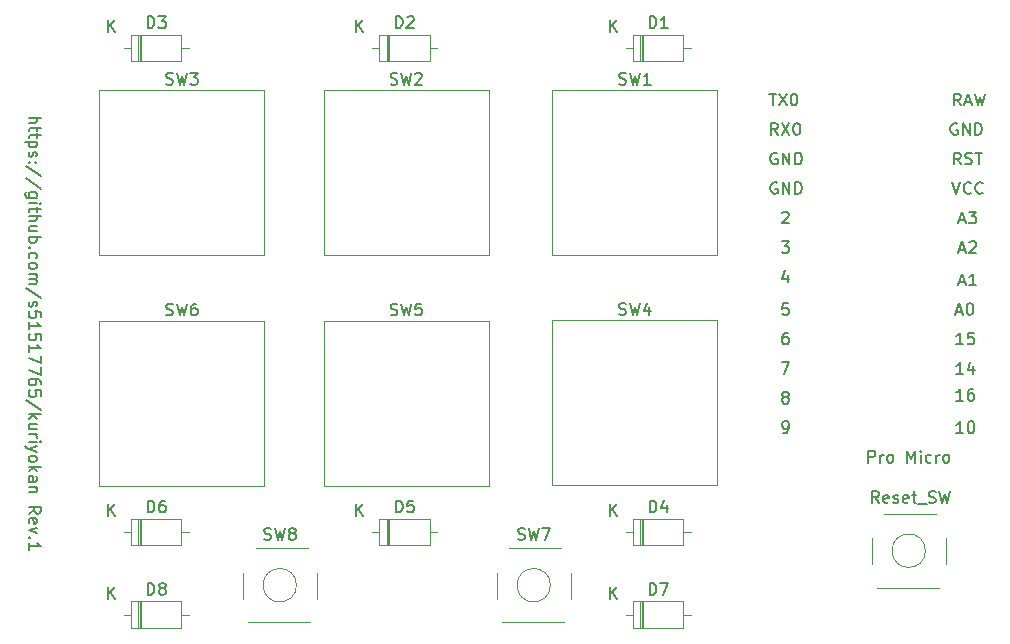
<source format=gbr>
%TF.GenerationSoftware,KiCad,Pcbnew,7.0.9*%
%TF.CreationDate,2024-01-20T20:31:14+09:00*%
%TF.ProjectId,cardsize_keyboad,63617264-7369-47a6-955f-6b6579626f61,rev?*%
%TF.SameCoordinates,PX34f3078PY5614798*%
%TF.FileFunction,Legend,Top*%
%TF.FilePolarity,Positive*%
%FSLAX46Y46*%
G04 Gerber Fmt 4.6, Leading zero omitted, Abs format (unit mm)*
G04 Created by KiCad (PCBNEW 7.0.9) date 2024-01-20 20:31:14*
%MOMM*%
%LPD*%
G01*
G04 APERTURE LIST*
%ADD10C,0.150000*%
%ADD11C,0.120000*%
G04 APERTURE END LIST*
D10*
X65162969Y28470181D02*
X64686779Y28470181D01*
X64686779Y28470181D02*
X64639160Y27993991D01*
X64639160Y27993991D02*
X64686779Y28041610D01*
X64686779Y28041610D02*
X64782017Y28089229D01*
X64782017Y28089229D02*
X65020112Y28089229D01*
X65020112Y28089229D02*
X65115350Y28041610D01*
X65115350Y28041610D02*
X65162969Y27993991D01*
X65162969Y27993991D02*
X65210588Y27898753D01*
X65210588Y27898753D02*
X65210588Y27660658D01*
X65210588Y27660658D02*
X65162969Y27565420D01*
X65162969Y27565420D02*
X65115350Y27517800D01*
X65115350Y27517800D02*
X65020112Y27470181D01*
X65020112Y27470181D02*
X64782017Y27470181D01*
X64782017Y27470181D02*
X64686779Y27517800D01*
X64686779Y27517800D02*
X64639160Y27565420D01*
X79758207Y40220181D02*
X79424874Y40696372D01*
X79186779Y40220181D02*
X79186779Y41220181D01*
X79186779Y41220181D02*
X79567731Y41220181D01*
X79567731Y41220181D02*
X79662969Y41172562D01*
X79662969Y41172562D02*
X79710588Y41124943D01*
X79710588Y41124943D02*
X79758207Y41029705D01*
X79758207Y41029705D02*
X79758207Y40886848D01*
X79758207Y40886848D02*
X79710588Y40791610D01*
X79710588Y40791610D02*
X79662969Y40743991D01*
X79662969Y40743991D02*
X79567731Y40696372D01*
X79567731Y40696372D02*
X79186779Y40696372D01*
X80139160Y40267800D02*
X80282017Y40220181D01*
X80282017Y40220181D02*
X80520112Y40220181D01*
X80520112Y40220181D02*
X80615350Y40267800D01*
X80615350Y40267800D02*
X80662969Y40315420D01*
X80662969Y40315420D02*
X80710588Y40410658D01*
X80710588Y40410658D02*
X80710588Y40505896D01*
X80710588Y40505896D02*
X80662969Y40601134D01*
X80662969Y40601134D02*
X80615350Y40648753D01*
X80615350Y40648753D02*
X80520112Y40696372D01*
X80520112Y40696372D02*
X80329636Y40743991D01*
X80329636Y40743991D02*
X80234398Y40791610D01*
X80234398Y40791610D02*
X80186779Y40839229D01*
X80186779Y40839229D02*
X80139160Y40934467D01*
X80139160Y40934467D02*
X80139160Y41029705D01*
X80139160Y41029705D02*
X80186779Y41124943D01*
X80186779Y41124943D02*
X80234398Y41172562D01*
X80234398Y41172562D02*
X80329636Y41220181D01*
X80329636Y41220181D02*
X80567731Y41220181D01*
X80567731Y41220181D02*
X80710588Y41172562D01*
X80996303Y41220181D02*
X81567731Y41220181D01*
X81282017Y40220181D02*
X81282017Y41220181D01*
X79639160Y35505896D02*
X80115350Y35505896D01*
X79543922Y35220181D02*
X79877255Y36220181D01*
X79877255Y36220181D02*
X80210588Y35220181D01*
X80448684Y36220181D02*
X81067731Y36220181D01*
X81067731Y36220181D02*
X80734398Y35839229D01*
X80734398Y35839229D02*
X80877255Y35839229D01*
X80877255Y35839229D02*
X80972493Y35791610D01*
X80972493Y35791610D02*
X81020112Y35743991D01*
X81020112Y35743991D02*
X81067731Y35648753D01*
X81067731Y35648753D02*
X81067731Y35410658D01*
X81067731Y35410658D02*
X81020112Y35315420D01*
X81020112Y35315420D02*
X80972493Y35267800D01*
X80972493Y35267800D02*
X80877255Y35220181D01*
X80877255Y35220181D02*
X80591541Y35220181D01*
X80591541Y35220181D02*
X80496303Y35267800D01*
X80496303Y35267800D02*
X80448684Y35315420D01*
X65115350Y30886848D02*
X65115350Y30220181D01*
X64877255Y31267800D02*
X64639160Y30553515D01*
X64639160Y30553515D02*
X65258207Y30553515D01*
X79960588Y22470181D02*
X79389160Y22470181D01*
X79674874Y22470181D02*
X79674874Y23470181D01*
X79674874Y23470181D02*
X79579636Y23327324D01*
X79579636Y23327324D02*
X79484398Y23232086D01*
X79484398Y23232086D02*
X79389160Y23184467D01*
X80817731Y23136848D02*
X80817731Y22470181D01*
X80579636Y23517800D02*
X80341541Y22803515D01*
X80341541Y22803515D02*
X80960588Y22803515D01*
X79639160Y30255896D02*
X80115350Y30255896D01*
X79543922Y29970181D02*
X79877255Y30970181D01*
X79877255Y30970181D02*
X80210588Y29970181D01*
X81067731Y29970181D02*
X80496303Y29970181D01*
X80782017Y29970181D02*
X80782017Y30970181D01*
X80782017Y30970181D02*
X80686779Y30827324D01*
X80686779Y30827324D02*
X80591541Y30732086D01*
X80591541Y30732086D02*
X80496303Y30684467D01*
X65115350Y25970181D02*
X64924874Y25970181D01*
X64924874Y25970181D02*
X64829636Y25922562D01*
X64829636Y25922562D02*
X64782017Y25874943D01*
X64782017Y25874943D02*
X64686779Y25732086D01*
X64686779Y25732086D02*
X64639160Y25541610D01*
X64639160Y25541610D02*
X64639160Y25160658D01*
X64639160Y25160658D02*
X64686779Y25065420D01*
X64686779Y25065420D02*
X64734398Y25017800D01*
X64734398Y25017800D02*
X64829636Y24970181D01*
X64829636Y24970181D02*
X65020112Y24970181D01*
X65020112Y24970181D02*
X65115350Y25017800D01*
X65115350Y25017800D02*
X65162969Y25065420D01*
X65162969Y25065420D02*
X65210588Y25160658D01*
X65210588Y25160658D02*
X65210588Y25398753D01*
X65210588Y25398753D02*
X65162969Y25493991D01*
X65162969Y25493991D02*
X65115350Y25541610D01*
X65115350Y25541610D02*
X65020112Y25589229D01*
X65020112Y25589229D02*
X64829636Y25589229D01*
X64829636Y25589229D02*
X64734398Y25541610D01*
X64734398Y25541610D02*
X64686779Y25493991D01*
X64686779Y25493991D02*
X64639160Y25398753D01*
X79960588Y17470181D02*
X79389160Y17470181D01*
X79674874Y17470181D02*
X79674874Y18470181D01*
X79674874Y18470181D02*
X79579636Y18327324D01*
X79579636Y18327324D02*
X79484398Y18232086D01*
X79484398Y18232086D02*
X79389160Y18184467D01*
X80579636Y18470181D02*
X80674874Y18470181D01*
X80674874Y18470181D02*
X80770112Y18422562D01*
X80770112Y18422562D02*
X80817731Y18374943D01*
X80817731Y18374943D02*
X80865350Y18279705D01*
X80865350Y18279705D02*
X80912969Y18089229D01*
X80912969Y18089229D02*
X80912969Y17851134D01*
X80912969Y17851134D02*
X80865350Y17660658D01*
X80865350Y17660658D02*
X80817731Y17565420D01*
X80817731Y17565420D02*
X80770112Y17517800D01*
X80770112Y17517800D02*
X80674874Y17470181D01*
X80674874Y17470181D02*
X80579636Y17470181D01*
X80579636Y17470181D02*
X80484398Y17517800D01*
X80484398Y17517800D02*
X80436779Y17565420D01*
X80436779Y17565420D02*
X80389160Y17660658D01*
X80389160Y17660658D02*
X80341541Y17851134D01*
X80341541Y17851134D02*
X80341541Y18089229D01*
X80341541Y18089229D02*
X80389160Y18279705D01*
X80389160Y18279705D02*
X80436779Y18374943D01*
X80436779Y18374943D02*
X80484398Y18422562D01*
X80484398Y18422562D02*
X80579636Y18470181D01*
X79960588Y20220181D02*
X79389160Y20220181D01*
X79674874Y20220181D02*
X79674874Y21220181D01*
X79674874Y21220181D02*
X79579636Y21077324D01*
X79579636Y21077324D02*
X79484398Y20982086D01*
X79484398Y20982086D02*
X79389160Y20934467D01*
X80817731Y21220181D02*
X80627255Y21220181D01*
X80627255Y21220181D02*
X80532017Y21172562D01*
X80532017Y21172562D02*
X80484398Y21124943D01*
X80484398Y21124943D02*
X80389160Y20982086D01*
X80389160Y20982086D02*
X80341541Y20791610D01*
X80341541Y20791610D02*
X80341541Y20410658D01*
X80341541Y20410658D02*
X80389160Y20315420D01*
X80389160Y20315420D02*
X80436779Y20267800D01*
X80436779Y20267800D02*
X80532017Y20220181D01*
X80532017Y20220181D02*
X80722493Y20220181D01*
X80722493Y20220181D02*
X80817731Y20267800D01*
X80817731Y20267800D02*
X80865350Y20315420D01*
X80865350Y20315420D02*
X80912969Y20410658D01*
X80912969Y20410658D02*
X80912969Y20648753D01*
X80912969Y20648753D02*
X80865350Y20743991D01*
X80865350Y20743991D02*
X80817731Y20791610D01*
X80817731Y20791610D02*
X80722493Y20839229D01*
X80722493Y20839229D02*
X80532017Y20839229D01*
X80532017Y20839229D02*
X80436779Y20791610D01*
X80436779Y20791610D02*
X80389160Y20743991D01*
X80389160Y20743991D02*
X80341541Y20648753D01*
X79389160Y27755896D02*
X79865350Y27755896D01*
X79293922Y27470181D02*
X79627255Y28470181D01*
X79627255Y28470181D02*
X79960588Y27470181D01*
X80484398Y28470181D02*
X80579636Y28470181D01*
X80579636Y28470181D02*
X80674874Y28422562D01*
X80674874Y28422562D02*
X80722493Y28374943D01*
X80722493Y28374943D02*
X80770112Y28279705D01*
X80770112Y28279705D02*
X80817731Y28089229D01*
X80817731Y28089229D02*
X80817731Y27851134D01*
X80817731Y27851134D02*
X80770112Y27660658D01*
X80770112Y27660658D02*
X80722493Y27565420D01*
X80722493Y27565420D02*
X80674874Y27517800D01*
X80674874Y27517800D02*
X80579636Y27470181D01*
X80579636Y27470181D02*
X80484398Y27470181D01*
X80484398Y27470181D02*
X80389160Y27517800D01*
X80389160Y27517800D02*
X80341541Y27565420D01*
X80341541Y27565420D02*
X80293922Y27660658D01*
X80293922Y27660658D02*
X80246303Y27851134D01*
X80246303Y27851134D02*
X80246303Y28089229D01*
X80246303Y28089229D02*
X80293922Y28279705D01*
X80293922Y28279705D02*
X80341541Y28374943D01*
X80341541Y28374943D02*
X80389160Y28422562D01*
X80389160Y28422562D02*
X80484398Y28470181D01*
X858780Y44174621D02*
X1858780Y44174621D01*
X858780Y43746050D02*
X1382590Y43746050D01*
X1382590Y43746050D02*
X1477828Y43793669D01*
X1477828Y43793669D02*
X1525447Y43888907D01*
X1525447Y43888907D02*
X1525447Y44031764D01*
X1525447Y44031764D02*
X1477828Y44127002D01*
X1477828Y44127002D02*
X1430209Y44174621D01*
X1525447Y43412716D02*
X1525447Y43031764D01*
X1858780Y43269859D02*
X1001638Y43269859D01*
X1001638Y43269859D02*
X906400Y43222240D01*
X906400Y43222240D02*
X858780Y43127002D01*
X858780Y43127002D02*
X858780Y43031764D01*
X1525447Y42841287D02*
X1525447Y42460335D01*
X1858780Y42698430D02*
X1001638Y42698430D01*
X1001638Y42698430D02*
X906400Y42650811D01*
X906400Y42650811D02*
X858780Y42555573D01*
X858780Y42555573D02*
X858780Y42460335D01*
X1525447Y42127001D02*
X525447Y42127001D01*
X1477828Y42127001D02*
X1525447Y42031763D01*
X1525447Y42031763D02*
X1525447Y41841287D01*
X1525447Y41841287D02*
X1477828Y41746049D01*
X1477828Y41746049D02*
X1430209Y41698430D01*
X1430209Y41698430D02*
X1334971Y41650811D01*
X1334971Y41650811D02*
X1049257Y41650811D01*
X1049257Y41650811D02*
X954019Y41698430D01*
X954019Y41698430D02*
X906400Y41746049D01*
X906400Y41746049D02*
X858780Y41841287D01*
X858780Y41841287D02*
X858780Y42031763D01*
X858780Y42031763D02*
X906400Y42127001D01*
X906400Y41269858D02*
X858780Y41174620D01*
X858780Y41174620D02*
X858780Y40984144D01*
X858780Y40984144D02*
X906400Y40888906D01*
X906400Y40888906D02*
X1001638Y40841287D01*
X1001638Y40841287D02*
X1049257Y40841287D01*
X1049257Y40841287D02*
X1144495Y40888906D01*
X1144495Y40888906D02*
X1192114Y40984144D01*
X1192114Y40984144D02*
X1192114Y41127001D01*
X1192114Y41127001D02*
X1239733Y41222239D01*
X1239733Y41222239D02*
X1334971Y41269858D01*
X1334971Y41269858D02*
X1382590Y41269858D01*
X1382590Y41269858D02*
X1477828Y41222239D01*
X1477828Y41222239D02*
X1525447Y41127001D01*
X1525447Y41127001D02*
X1525447Y40984144D01*
X1525447Y40984144D02*
X1477828Y40888906D01*
X954019Y40412715D02*
X906400Y40365096D01*
X906400Y40365096D02*
X858780Y40412715D01*
X858780Y40412715D02*
X906400Y40460334D01*
X906400Y40460334D02*
X954019Y40412715D01*
X954019Y40412715D02*
X858780Y40412715D01*
X1477828Y40412715D02*
X1430209Y40365096D01*
X1430209Y40365096D02*
X1382590Y40412715D01*
X1382590Y40412715D02*
X1430209Y40460334D01*
X1430209Y40460334D02*
X1477828Y40412715D01*
X1477828Y40412715D02*
X1382590Y40412715D01*
X1906400Y39222240D02*
X620685Y40079382D01*
X1906400Y38174621D02*
X620685Y39031763D01*
X1525447Y37412716D02*
X715923Y37412716D01*
X715923Y37412716D02*
X620685Y37460335D01*
X620685Y37460335D02*
X573066Y37507954D01*
X573066Y37507954D02*
X525447Y37603192D01*
X525447Y37603192D02*
X525447Y37746049D01*
X525447Y37746049D02*
X573066Y37841287D01*
X906400Y37412716D02*
X858780Y37507954D01*
X858780Y37507954D02*
X858780Y37698430D01*
X858780Y37698430D02*
X906400Y37793668D01*
X906400Y37793668D02*
X954019Y37841287D01*
X954019Y37841287D02*
X1049257Y37888906D01*
X1049257Y37888906D02*
X1334971Y37888906D01*
X1334971Y37888906D02*
X1430209Y37841287D01*
X1430209Y37841287D02*
X1477828Y37793668D01*
X1477828Y37793668D02*
X1525447Y37698430D01*
X1525447Y37698430D02*
X1525447Y37507954D01*
X1525447Y37507954D02*
X1477828Y37412716D01*
X858780Y36936525D02*
X1525447Y36936525D01*
X1858780Y36936525D02*
X1811161Y36984144D01*
X1811161Y36984144D02*
X1763542Y36936525D01*
X1763542Y36936525D02*
X1811161Y36888906D01*
X1811161Y36888906D02*
X1858780Y36936525D01*
X1858780Y36936525D02*
X1763542Y36936525D01*
X1525447Y36603192D02*
X1525447Y36222240D01*
X1858780Y36460335D02*
X1001638Y36460335D01*
X1001638Y36460335D02*
X906400Y36412716D01*
X906400Y36412716D02*
X858780Y36317478D01*
X858780Y36317478D02*
X858780Y36222240D01*
X858780Y35888906D02*
X1858780Y35888906D01*
X858780Y35460335D02*
X1382590Y35460335D01*
X1382590Y35460335D02*
X1477828Y35507954D01*
X1477828Y35507954D02*
X1525447Y35603192D01*
X1525447Y35603192D02*
X1525447Y35746049D01*
X1525447Y35746049D02*
X1477828Y35841287D01*
X1477828Y35841287D02*
X1430209Y35888906D01*
X1525447Y34555573D02*
X858780Y34555573D01*
X1525447Y34984144D02*
X1001638Y34984144D01*
X1001638Y34984144D02*
X906400Y34936525D01*
X906400Y34936525D02*
X858780Y34841287D01*
X858780Y34841287D02*
X858780Y34698430D01*
X858780Y34698430D02*
X906400Y34603192D01*
X906400Y34603192D02*
X954019Y34555573D01*
X858780Y34079382D02*
X1858780Y34079382D01*
X1477828Y34079382D02*
X1525447Y33984144D01*
X1525447Y33984144D02*
X1525447Y33793668D01*
X1525447Y33793668D02*
X1477828Y33698430D01*
X1477828Y33698430D02*
X1430209Y33650811D01*
X1430209Y33650811D02*
X1334971Y33603192D01*
X1334971Y33603192D02*
X1049257Y33603192D01*
X1049257Y33603192D02*
X954019Y33650811D01*
X954019Y33650811D02*
X906400Y33698430D01*
X906400Y33698430D02*
X858780Y33793668D01*
X858780Y33793668D02*
X858780Y33984144D01*
X858780Y33984144D02*
X906400Y34079382D01*
X954019Y33174620D02*
X906400Y33127001D01*
X906400Y33127001D02*
X858780Y33174620D01*
X858780Y33174620D02*
X906400Y33222239D01*
X906400Y33222239D02*
X954019Y33174620D01*
X954019Y33174620D02*
X858780Y33174620D01*
X906400Y32269859D02*
X858780Y32365097D01*
X858780Y32365097D02*
X858780Y32555573D01*
X858780Y32555573D02*
X906400Y32650811D01*
X906400Y32650811D02*
X954019Y32698430D01*
X954019Y32698430D02*
X1049257Y32746049D01*
X1049257Y32746049D02*
X1334971Y32746049D01*
X1334971Y32746049D02*
X1430209Y32698430D01*
X1430209Y32698430D02*
X1477828Y32650811D01*
X1477828Y32650811D02*
X1525447Y32555573D01*
X1525447Y32555573D02*
X1525447Y32365097D01*
X1525447Y32365097D02*
X1477828Y32269859D01*
X858780Y31698430D02*
X906400Y31793668D01*
X906400Y31793668D02*
X954019Y31841287D01*
X954019Y31841287D02*
X1049257Y31888906D01*
X1049257Y31888906D02*
X1334971Y31888906D01*
X1334971Y31888906D02*
X1430209Y31841287D01*
X1430209Y31841287D02*
X1477828Y31793668D01*
X1477828Y31793668D02*
X1525447Y31698430D01*
X1525447Y31698430D02*
X1525447Y31555573D01*
X1525447Y31555573D02*
X1477828Y31460335D01*
X1477828Y31460335D02*
X1430209Y31412716D01*
X1430209Y31412716D02*
X1334971Y31365097D01*
X1334971Y31365097D02*
X1049257Y31365097D01*
X1049257Y31365097D02*
X954019Y31412716D01*
X954019Y31412716D02*
X906400Y31460335D01*
X906400Y31460335D02*
X858780Y31555573D01*
X858780Y31555573D02*
X858780Y31698430D01*
X858780Y30936525D02*
X1525447Y30936525D01*
X1430209Y30936525D02*
X1477828Y30888906D01*
X1477828Y30888906D02*
X1525447Y30793668D01*
X1525447Y30793668D02*
X1525447Y30650811D01*
X1525447Y30650811D02*
X1477828Y30555573D01*
X1477828Y30555573D02*
X1382590Y30507954D01*
X1382590Y30507954D02*
X858780Y30507954D01*
X1382590Y30507954D02*
X1477828Y30460335D01*
X1477828Y30460335D02*
X1525447Y30365097D01*
X1525447Y30365097D02*
X1525447Y30222240D01*
X1525447Y30222240D02*
X1477828Y30127001D01*
X1477828Y30127001D02*
X1382590Y30079382D01*
X1382590Y30079382D02*
X858780Y30079382D01*
X1906400Y28888907D02*
X620685Y29746049D01*
X906400Y28603192D02*
X858780Y28507954D01*
X858780Y28507954D02*
X858780Y28317478D01*
X858780Y28317478D02*
X906400Y28222240D01*
X906400Y28222240D02*
X1001638Y28174621D01*
X1001638Y28174621D02*
X1049257Y28174621D01*
X1049257Y28174621D02*
X1144495Y28222240D01*
X1144495Y28222240D02*
X1192114Y28317478D01*
X1192114Y28317478D02*
X1192114Y28460335D01*
X1192114Y28460335D02*
X1239733Y28555573D01*
X1239733Y28555573D02*
X1334971Y28603192D01*
X1334971Y28603192D02*
X1382590Y28603192D01*
X1382590Y28603192D02*
X1477828Y28555573D01*
X1477828Y28555573D02*
X1525447Y28460335D01*
X1525447Y28460335D02*
X1525447Y28317478D01*
X1525447Y28317478D02*
X1477828Y28222240D01*
X1858780Y27269859D02*
X1858780Y27746049D01*
X1858780Y27746049D02*
X1382590Y27793668D01*
X1382590Y27793668D02*
X1430209Y27746049D01*
X1430209Y27746049D02*
X1477828Y27650811D01*
X1477828Y27650811D02*
X1477828Y27412716D01*
X1477828Y27412716D02*
X1430209Y27317478D01*
X1430209Y27317478D02*
X1382590Y27269859D01*
X1382590Y27269859D02*
X1287352Y27222240D01*
X1287352Y27222240D02*
X1049257Y27222240D01*
X1049257Y27222240D02*
X954019Y27269859D01*
X954019Y27269859D02*
X906400Y27317478D01*
X906400Y27317478D02*
X858780Y27412716D01*
X858780Y27412716D02*
X858780Y27650811D01*
X858780Y27650811D02*
X906400Y27746049D01*
X906400Y27746049D02*
X954019Y27793668D01*
X858780Y26269859D02*
X858780Y26841287D01*
X858780Y26555573D02*
X1858780Y26555573D01*
X1858780Y26555573D02*
X1715923Y26650811D01*
X1715923Y26650811D02*
X1620685Y26746049D01*
X1620685Y26746049D02*
X1573066Y26841287D01*
X1858780Y25365097D02*
X1858780Y25841287D01*
X1858780Y25841287D02*
X1382590Y25888906D01*
X1382590Y25888906D02*
X1430209Y25841287D01*
X1430209Y25841287D02*
X1477828Y25746049D01*
X1477828Y25746049D02*
X1477828Y25507954D01*
X1477828Y25507954D02*
X1430209Y25412716D01*
X1430209Y25412716D02*
X1382590Y25365097D01*
X1382590Y25365097D02*
X1287352Y25317478D01*
X1287352Y25317478D02*
X1049257Y25317478D01*
X1049257Y25317478D02*
X954019Y25365097D01*
X954019Y25365097D02*
X906400Y25412716D01*
X906400Y25412716D02*
X858780Y25507954D01*
X858780Y25507954D02*
X858780Y25746049D01*
X858780Y25746049D02*
X906400Y25841287D01*
X906400Y25841287D02*
X954019Y25888906D01*
X858780Y24365097D02*
X858780Y24936525D01*
X858780Y24650811D02*
X1858780Y24650811D01*
X1858780Y24650811D02*
X1715923Y24746049D01*
X1715923Y24746049D02*
X1620685Y24841287D01*
X1620685Y24841287D02*
X1573066Y24936525D01*
X1858780Y24031763D02*
X1858780Y23365097D01*
X1858780Y23365097D02*
X858780Y23793668D01*
X1858780Y23079382D02*
X1858780Y22412716D01*
X1858780Y22412716D02*
X858780Y22841287D01*
X1858780Y21603192D02*
X1858780Y21793668D01*
X1858780Y21793668D02*
X1811161Y21888906D01*
X1811161Y21888906D02*
X1763542Y21936525D01*
X1763542Y21936525D02*
X1620685Y22031763D01*
X1620685Y22031763D02*
X1430209Y22079382D01*
X1430209Y22079382D02*
X1049257Y22079382D01*
X1049257Y22079382D02*
X954019Y22031763D01*
X954019Y22031763D02*
X906400Y21984144D01*
X906400Y21984144D02*
X858780Y21888906D01*
X858780Y21888906D02*
X858780Y21698430D01*
X858780Y21698430D02*
X906400Y21603192D01*
X906400Y21603192D02*
X954019Y21555573D01*
X954019Y21555573D02*
X1049257Y21507954D01*
X1049257Y21507954D02*
X1287352Y21507954D01*
X1287352Y21507954D02*
X1382590Y21555573D01*
X1382590Y21555573D02*
X1430209Y21603192D01*
X1430209Y21603192D02*
X1477828Y21698430D01*
X1477828Y21698430D02*
X1477828Y21888906D01*
X1477828Y21888906D02*
X1430209Y21984144D01*
X1430209Y21984144D02*
X1382590Y22031763D01*
X1382590Y22031763D02*
X1287352Y22079382D01*
X1858780Y20603192D02*
X1858780Y21079382D01*
X1858780Y21079382D02*
X1382590Y21127001D01*
X1382590Y21127001D02*
X1430209Y21079382D01*
X1430209Y21079382D02*
X1477828Y20984144D01*
X1477828Y20984144D02*
X1477828Y20746049D01*
X1477828Y20746049D02*
X1430209Y20650811D01*
X1430209Y20650811D02*
X1382590Y20603192D01*
X1382590Y20603192D02*
X1287352Y20555573D01*
X1287352Y20555573D02*
X1049257Y20555573D01*
X1049257Y20555573D02*
X954019Y20603192D01*
X954019Y20603192D02*
X906400Y20650811D01*
X906400Y20650811D02*
X858780Y20746049D01*
X858780Y20746049D02*
X858780Y20984144D01*
X858780Y20984144D02*
X906400Y21079382D01*
X906400Y21079382D02*
X954019Y21127001D01*
X1906400Y19412716D02*
X620685Y20269858D01*
X858780Y19079382D02*
X1858780Y19079382D01*
X1239733Y18984144D02*
X858780Y18698430D01*
X1525447Y18698430D02*
X1144495Y19079382D01*
X1525447Y17841287D02*
X858780Y17841287D01*
X1525447Y18269858D02*
X1001638Y18269858D01*
X1001638Y18269858D02*
X906400Y18222239D01*
X906400Y18222239D02*
X858780Y18127001D01*
X858780Y18127001D02*
X858780Y17984144D01*
X858780Y17984144D02*
X906400Y17888906D01*
X906400Y17888906D02*
X954019Y17841287D01*
X858780Y17365096D02*
X1525447Y17365096D01*
X1334971Y17365096D02*
X1430209Y17317477D01*
X1430209Y17317477D02*
X1477828Y17269858D01*
X1477828Y17269858D02*
X1525447Y17174620D01*
X1525447Y17174620D02*
X1525447Y17079382D01*
X858780Y16746048D02*
X1525447Y16746048D01*
X1858780Y16746048D02*
X1811161Y16793667D01*
X1811161Y16793667D02*
X1763542Y16746048D01*
X1763542Y16746048D02*
X1811161Y16698429D01*
X1811161Y16698429D02*
X1858780Y16746048D01*
X1858780Y16746048D02*
X1763542Y16746048D01*
X1525447Y16365096D02*
X858780Y16127001D01*
X1525447Y15888906D02*
X858780Y16127001D01*
X858780Y16127001D02*
X620685Y16222239D01*
X620685Y16222239D02*
X573066Y16269858D01*
X573066Y16269858D02*
X525447Y16365096D01*
X858780Y15365096D02*
X906400Y15460334D01*
X906400Y15460334D02*
X954019Y15507953D01*
X954019Y15507953D02*
X1049257Y15555572D01*
X1049257Y15555572D02*
X1334971Y15555572D01*
X1334971Y15555572D02*
X1430209Y15507953D01*
X1430209Y15507953D02*
X1477828Y15460334D01*
X1477828Y15460334D02*
X1525447Y15365096D01*
X1525447Y15365096D02*
X1525447Y15222239D01*
X1525447Y15222239D02*
X1477828Y15127001D01*
X1477828Y15127001D02*
X1430209Y15079382D01*
X1430209Y15079382D02*
X1334971Y15031763D01*
X1334971Y15031763D02*
X1049257Y15031763D01*
X1049257Y15031763D02*
X954019Y15079382D01*
X954019Y15079382D02*
X906400Y15127001D01*
X906400Y15127001D02*
X858780Y15222239D01*
X858780Y15222239D02*
X858780Y15365096D01*
X858780Y14603191D02*
X1858780Y14603191D01*
X1239733Y14507953D02*
X858780Y14222239D01*
X1525447Y14222239D02*
X1144495Y14603191D01*
X858780Y13365096D02*
X1382590Y13365096D01*
X1382590Y13365096D02*
X1477828Y13412715D01*
X1477828Y13412715D02*
X1525447Y13507953D01*
X1525447Y13507953D02*
X1525447Y13698429D01*
X1525447Y13698429D02*
X1477828Y13793667D01*
X906400Y13365096D02*
X858780Y13460334D01*
X858780Y13460334D02*
X858780Y13698429D01*
X858780Y13698429D02*
X906400Y13793667D01*
X906400Y13793667D02*
X1001638Y13841286D01*
X1001638Y13841286D02*
X1096876Y13841286D01*
X1096876Y13841286D02*
X1192114Y13793667D01*
X1192114Y13793667D02*
X1239733Y13698429D01*
X1239733Y13698429D02*
X1239733Y13460334D01*
X1239733Y13460334D02*
X1287352Y13365096D01*
X1525447Y12888905D02*
X858780Y12888905D01*
X1430209Y12888905D02*
X1477828Y12841286D01*
X1477828Y12841286D02*
X1525447Y12746048D01*
X1525447Y12746048D02*
X1525447Y12603191D01*
X1525447Y12603191D02*
X1477828Y12507953D01*
X1477828Y12507953D02*
X1382590Y12460334D01*
X1382590Y12460334D02*
X858780Y12460334D01*
X858780Y10650810D02*
X1334971Y10984143D01*
X858780Y11222238D02*
X1858780Y11222238D01*
X1858780Y11222238D02*
X1858780Y10841286D01*
X1858780Y10841286D02*
X1811161Y10746048D01*
X1811161Y10746048D02*
X1763542Y10698429D01*
X1763542Y10698429D02*
X1668304Y10650810D01*
X1668304Y10650810D02*
X1525447Y10650810D01*
X1525447Y10650810D02*
X1430209Y10698429D01*
X1430209Y10698429D02*
X1382590Y10746048D01*
X1382590Y10746048D02*
X1334971Y10841286D01*
X1334971Y10841286D02*
X1334971Y11222238D01*
X906400Y9841286D02*
X858780Y9936524D01*
X858780Y9936524D02*
X858780Y10127000D01*
X858780Y10127000D02*
X906400Y10222238D01*
X906400Y10222238D02*
X1001638Y10269857D01*
X1001638Y10269857D02*
X1382590Y10269857D01*
X1382590Y10269857D02*
X1477828Y10222238D01*
X1477828Y10222238D02*
X1525447Y10127000D01*
X1525447Y10127000D02*
X1525447Y9936524D01*
X1525447Y9936524D02*
X1477828Y9841286D01*
X1477828Y9841286D02*
X1382590Y9793667D01*
X1382590Y9793667D02*
X1287352Y9793667D01*
X1287352Y9793667D02*
X1192114Y10269857D01*
X1525447Y9460333D02*
X858780Y9222238D01*
X858780Y9222238D02*
X1525447Y8984143D01*
X954019Y8603190D02*
X906400Y8555571D01*
X906400Y8555571D02*
X858780Y8603190D01*
X858780Y8603190D02*
X906400Y8650809D01*
X906400Y8650809D02*
X954019Y8603190D01*
X954019Y8603190D02*
X858780Y8603190D01*
X858780Y7603191D02*
X858780Y8174619D01*
X858780Y7888905D02*
X1858780Y7888905D01*
X1858780Y7888905D02*
X1715923Y7984143D01*
X1715923Y7984143D02*
X1620685Y8079381D01*
X1620685Y8079381D02*
X1573066Y8174619D01*
X64639160Y36124943D02*
X64686779Y36172562D01*
X64686779Y36172562D02*
X64782017Y36220181D01*
X64782017Y36220181D02*
X65020112Y36220181D01*
X65020112Y36220181D02*
X65115350Y36172562D01*
X65115350Y36172562D02*
X65162969Y36124943D01*
X65162969Y36124943D02*
X65210588Y36029705D01*
X65210588Y36029705D02*
X65210588Y35934467D01*
X65210588Y35934467D02*
X65162969Y35791610D01*
X65162969Y35791610D02*
X64591541Y35220181D01*
X64591541Y35220181D02*
X65210588Y35220181D01*
X64829636Y20541610D02*
X64734398Y20589229D01*
X64734398Y20589229D02*
X64686779Y20636848D01*
X64686779Y20636848D02*
X64639160Y20732086D01*
X64639160Y20732086D02*
X64639160Y20779705D01*
X64639160Y20779705D02*
X64686779Y20874943D01*
X64686779Y20874943D02*
X64734398Y20922562D01*
X64734398Y20922562D02*
X64829636Y20970181D01*
X64829636Y20970181D02*
X65020112Y20970181D01*
X65020112Y20970181D02*
X65115350Y20922562D01*
X65115350Y20922562D02*
X65162969Y20874943D01*
X65162969Y20874943D02*
X65210588Y20779705D01*
X65210588Y20779705D02*
X65210588Y20732086D01*
X65210588Y20732086D02*
X65162969Y20636848D01*
X65162969Y20636848D02*
X65115350Y20589229D01*
X65115350Y20589229D02*
X65020112Y20541610D01*
X65020112Y20541610D02*
X64829636Y20541610D01*
X64829636Y20541610D02*
X64734398Y20493991D01*
X64734398Y20493991D02*
X64686779Y20446372D01*
X64686779Y20446372D02*
X64639160Y20351134D01*
X64639160Y20351134D02*
X64639160Y20160658D01*
X64639160Y20160658D02*
X64686779Y20065420D01*
X64686779Y20065420D02*
X64734398Y20017800D01*
X64734398Y20017800D02*
X64829636Y19970181D01*
X64829636Y19970181D02*
X65020112Y19970181D01*
X65020112Y19970181D02*
X65115350Y20017800D01*
X65115350Y20017800D02*
X65162969Y20065420D01*
X65162969Y20065420D02*
X65210588Y20160658D01*
X65210588Y20160658D02*
X65210588Y20351134D01*
X65210588Y20351134D02*
X65162969Y20446372D01*
X65162969Y20446372D02*
X65115350Y20493991D01*
X65115350Y20493991D02*
X65020112Y20541610D01*
X64591541Y33720181D02*
X65210588Y33720181D01*
X65210588Y33720181D02*
X64877255Y33339229D01*
X64877255Y33339229D02*
X65020112Y33339229D01*
X65020112Y33339229D02*
X65115350Y33291610D01*
X65115350Y33291610D02*
X65162969Y33243991D01*
X65162969Y33243991D02*
X65210588Y33148753D01*
X65210588Y33148753D02*
X65210588Y32910658D01*
X65210588Y32910658D02*
X65162969Y32815420D01*
X65162969Y32815420D02*
X65115350Y32767800D01*
X65115350Y32767800D02*
X65020112Y32720181D01*
X65020112Y32720181D02*
X64734398Y32720181D01*
X64734398Y32720181D02*
X64639160Y32767800D01*
X64639160Y32767800D02*
X64591541Y32815420D01*
X64210588Y38672562D02*
X64115350Y38720181D01*
X64115350Y38720181D02*
X63972493Y38720181D01*
X63972493Y38720181D02*
X63829636Y38672562D01*
X63829636Y38672562D02*
X63734398Y38577324D01*
X63734398Y38577324D02*
X63686779Y38482086D01*
X63686779Y38482086D02*
X63639160Y38291610D01*
X63639160Y38291610D02*
X63639160Y38148753D01*
X63639160Y38148753D02*
X63686779Y37958277D01*
X63686779Y37958277D02*
X63734398Y37863039D01*
X63734398Y37863039D02*
X63829636Y37767800D01*
X63829636Y37767800D02*
X63972493Y37720181D01*
X63972493Y37720181D02*
X64067731Y37720181D01*
X64067731Y37720181D02*
X64210588Y37767800D01*
X64210588Y37767800D02*
X64258207Y37815420D01*
X64258207Y37815420D02*
X64258207Y38148753D01*
X64258207Y38148753D02*
X64067731Y38148753D01*
X64686779Y37720181D02*
X64686779Y38720181D01*
X64686779Y38720181D02*
X65258207Y37720181D01*
X65258207Y37720181D02*
X65258207Y38720181D01*
X65734398Y37720181D02*
X65734398Y38720181D01*
X65734398Y38720181D02*
X65972493Y38720181D01*
X65972493Y38720181D02*
X66115350Y38672562D01*
X66115350Y38672562D02*
X66210588Y38577324D01*
X66210588Y38577324D02*
X66258207Y38482086D01*
X66258207Y38482086D02*
X66305826Y38291610D01*
X66305826Y38291610D02*
X66305826Y38148753D01*
X66305826Y38148753D02*
X66258207Y37958277D01*
X66258207Y37958277D02*
X66210588Y37863039D01*
X66210588Y37863039D02*
X66115350Y37767800D01*
X66115350Y37767800D02*
X65972493Y37720181D01*
X65972493Y37720181D02*
X65734398Y37720181D01*
X64591541Y23470181D02*
X65258207Y23470181D01*
X65258207Y23470181D02*
X64829636Y22470181D01*
X79043922Y38720181D02*
X79377255Y37720181D01*
X79377255Y37720181D02*
X79710588Y38720181D01*
X80615350Y37815420D02*
X80567731Y37767800D01*
X80567731Y37767800D02*
X80424874Y37720181D01*
X80424874Y37720181D02*
X80329636Y37720181D01*
X80329636Y37720181D02*
X80186779Y37767800D01*
X80186779Y37767800D02*
X80091541Y37863039D01*
X80091541Y37863039D02*
X80043922Y37958277D01*
X80043922Y37958277D02*
X79996303Y38148753D01*
X79996303Y38148753D02*
X79996303Y38291610D01*
X79996303Y38291610D02*
X80043922Y38482086D01*
X80043922Y38482086D02*
X80091541Y38577324D01*
X80091541Y38577324D02*
X80186779Y38672562D01*
X80186779Y38672562D02*
X80329636Y38720181D01*
X80329636Y38720181D02*
X80424874Y38720181D01*
X80424874Y38720181D02*
X80567731Y38672562D01*
X80567731Y38672562D02*
X80615350Y38624943D01*
X81615350Y37815420D02*
X81567731Y37767800D01*
X81567731Y37767800D02*
X81424874Y37720181D01*
X81424874Y37720181D02*
X81329636Y37720181D01*
X81329636Y37720181D02*
X81186779Y37767800D01*
X81186779Y37767800D02*
X81091541Y37863039D01*
X81091541Y37863039D02*
X81043922Y37958277D01*
X81043922Y37958277D02*
X80996303Y38148753D01*
X80996303Y38148753D02*
X80996303Y38291610D01*
X80996303Y38291610D02*
X81043922Y38482086D01*
X81043922Y38482086D02*
X81091541Y38577324D01*
X81091541Y38577324D02*
X81186779Y38672562D01*
X81186779Y38672562D02*
X81329636Y38720181D01*
X81329636Y38720181D02*
X81424874Y38720181D01*
X81424874Y38720181D02*
X81567731Y38672562D01*
X81567731Y38672562D02*
X81615350Y38624943D01*
X64258207Y42720181D02*
X63924874Y43196372D01*
X63686779Y42720181D02*
X63686779Y43720181D01*
X63686779Y43720181D02*
X64067731Y43720181D01*
X64067731Y43720181D02*
X64162969Y43672562D01*
X64162969Y43672562D02*
X64210588Y43624943D01*
X64210588Y43624943D02*
X64258207Y43529705D01*
X64258207Y43529705D02*
X64258207Y43386848D01*
X64258207Y43386848D02*
X64210588Y43291610D01*
X64210588Y43291610D02*
X64162969Y43243991D01*
X64162969Y43243991D02*
X64067731Y43196372D01*
X64067731Y43196372D02*
X63686779Y43196372D01*
X64591541Y43720181D02*
X65258207Y42720181D01*
X65258207Y43720181D02*
X64591541Y42720181D01*
X65829636Y43720181D02*
X65924874Y43720181D01*
X65924874Y43720181D02*
X66020112Y43672562D01*
X66020112Y43672562D02*
X66067731Y43624943D01*
X66067731Y43624943D02*
X66115350Y43529705D01*
X66115350Y43529705D02*
X66162969Y43339229D01*
X66162969Y43339229D02*
X66162969Y43101134D01*
X66162969Y43101134D02*
X66115350Y42910658D01*
X66115350Y42910658D02*
X66067731Y42815420D01*
X66067731Y42815420D02*
X66020112Y42767800D01*
X66020112Y42767800D02*
X65924874Y42720181D01*
X65924874Y42720181D02*
X65829636Y42720181D01*
X65829636Y42720181D02*
X65734398Y42767800D01*
X65734398Y42767800D02*
X65686779Y42815420D01*
X65686779Y42815420D02*
X65639160Y42910658D01*
X65639160Y42910658D02*
X65591541Y43101134D01*
X65591541Y43101134D02*
X65591541Y43339229D01*
X65591541Y43339229D02*
X65639160Y43529705D01*
X65639160Y43529705D02*
X65686779Y43624943D01*
X65686779Y43624943D02*
X65734398Y43672562D01*
X65734398Y43672562D02*
X65829636Y43720181D01*
X64734398Y17470181D02*
X64924874Y17470181D01*
X64924874Y17470181D02*
X65020112Y17517800D01*
X65020112Y17517800D02*
X65067731Y17565420D01*
X65067731Y17565420D02*
X65162969Y17708277D01*
X65162969Y17708277D02*
X65210588Y17898753D01*
X65210588Y17898753D02*
X65210588Y18279705D01*
X65210588Y18279705D02*
X65162969Y18374943D01*
X65162969Y18374943D02*
X65115350Y18422562D01*
X65115350Y18422562D02*
X65020112Y18470181D01*
X65020112Y18470181D02*
X64829636Y18470181D01*
X64829636Y18470181D02*
X64734398Y18422562D01*
X64734398Y18422562D02*
X64686779Y18374943D01*
X64686779Y18374943D02*
X64639160Y18279705D01*
X64639160Y18279705D02*
X64639160Y18041610D01*
X64639160Y18041610D02*
X64686779Y17946372D01*
X64686779Y17946372D02*
X64734398Y17898753D01*
X64734398Y17898753D02*
X64829636Y17851134D01*
X64829636Y17851134D02*
X65020112Y17851134D01*
X65020112Y17851134D02*
X65115350Y17898753D01*
X65115350Y17898753D02*
X65162969Y17946372D01*
X65162969Y17946372D02*
X65210588Y18041610D01*
X71936779Y14970181D02*
X71936779Y15970181D01*
X71936779Y15970181D02*
X72317731Y15970181D01*
X72317731Y15970181D02*
X72412969Y15922562D01*
X72412969Y15922562D02*
X72460588Y15874943D01*
X72460588Y15874943D02*
X72508207Y15779705D01*
X72508207Y15779705D02*
X72508207Y15636848D01*
X72508207Y15636848D02*
X72460588Y15541610D01*
X72460588Y15541610D02*
X72412969Y15493991D01*
X72412969Y15493991D02*
X72317731Y15446372D01*
X72317731Y15446372D02*
X71936779Y15446372D01*
X72936779Y14970181D02*
X72936779Y15636848D01*
X72936779Y15446372D02*
X72984398Y15541610D01*
X72984398Y15541610D02*
X73032017Y15589229D01*
X73032017Y15589229D02*
X73127255Y15636848D01*
X73127255Y15636848D02*
X73222493Y15636848D01*
X73698684Y14970181D02*
X73603446Y15017800D01*
X73603446Y15017800D02*
X73555827Y15065420D01*
X73555827Y15065420D02*
X73508208Y15160658D01*
X73508208Y15160658D02*
X73508208Y15446372D01*
X73508208Y15446372D02*
X73555827Y15541610D01*
X73555827Y15541610D02*
X73603446Y15589229D01*
X73603446Y15589229D02*
X73698684Y15636848D01*
X73698684Y15636848D02*
X73841541Y15636848D01*
X73841541Y15636848D02*
X73936779Y15589229D01*
X73936779Y15589229D02*
X73984398Y15541610D01*
X73984398Y15541610D02*
X74032017Y15446372D01*
X74032017Y15446372D02*
X74032017Y15160658D01*
X74032017Y15160658D02*
X73984398Y15065420D01*
X73984398Y15065420D02*
X73936779Y15017800D01*
X73936779Y15017800D02*
X73841541Y14970181D01*
X73841541Y14970181D02*
X73698684Y14970181D01*
X75222494Y14970181D02*
X75222494Y15970181D01*
X75222494Y15970181D02*
X75555827Y15255896D01*
X75555827Y15255896D02*
X75889160Y15970181D01*
X75889160Y15970181D02*
X75889160Y14970181D01*
X76365351Y14970181D02*
X76365351Y15636848D01*
X76365351Y15970181D02*
X76317732Y15922562D01*
X76317732Y15922562D02*
X76365351Y15874943D01*
X76365351Y15874943D02*
X76412970Y15922562D01*
X76412970Y15922562D02*
X76365351Y15970181D01*
X76365351Y15970181D02*
X76365351Y15874943D01*
X77270112Y15017800D02*
X77174874Y14970181D01*
X77174874Y14970181D02*
X76984398Y14970181D01*
X76984398Y14970181D02*
X76889160Y15017800D01*
X76889160Y15017800D02*
X76841541Y15065420D01*
X76841541Y15065420D02*
X76793922Y15160658D01*
X76793922Y15160658D02*
X76793922Y15446372D01*
X76793922Y15446372D02*
X76841541Y15541610D01*
X76841541Y15541610D02*
X76889160Y15589229D01*
X76889160Y15589229D02*
X76984398Y15636848D01*
X76984398Y15636848D02*
X77174874Y15636848D01*
X77174874Y15636848D02*
X77270112Y15589229D01*
X77698684Y14970181D02*
X77698684Y15636848D01*
X77698684Y15446372D02*
X77746303Y15541610D01*
X77746303Y15541610D02*
X77793922Y15589229D01*
X77793922Y15589229D02*
X77889160Y15636848D01*
X77889160Y15636848D02*
X77984398Y15636848D01*
X78460589Y14970181D02*
X78365351Y15017800D01*
X78365351Y15017800D02*
X78317732Y15065420D01*
X78317732Y15065420D02*
X78270113Y15160658D01*
X78270113Y15160658D02*
X78270113Y15446372D01*
X78270113Y15446372D02*
X78317732Y15541610D01*
X78317732Y15541610D02*
X78365351Y15589229D01*
X78365351Y15589229D02*
X78460589Y15636848D01*
X78460589Y15636848D02*
X78603446Y15636848D01*
X78603446Y15636848D02*
X78698684Y15589229D01*
X78698684Y15589229D02*
X78746303Y15541610D01*
X78746303Y15541610D02*
X78793922Y15446372D01*
X78793922Y15446372D02*
X78793922Y15160658D01*
X78793922Y15160658D02*
X78746303Y15065420D01*
X78746303Y15065420D02*
X78698684Y15017800D01*
X78698684Y15017800D02*
X78603446Y14970181D01*
X78603446Y14970181D02*
X78460589Y14970181D01*
X79960588Y24970181D02*
X79389160Y24970181D01*
X79674874Y24970181D02*
X79674874Y25970181D01*
X79674874Y25970181D02*
X79579636Y25827324D01*
X79579636Y25827324D02*
X79484398Y25732086D01*
X79484398Y25732086D02*
X79389160Y25684467D01*
X80865350Y25970181D02*
X80389160Y25970181D01*
X80389160Y25970181D02*
X80341541Y25493991D01*
X80341541Y25493991D02*
X80389160Y25541610D01*
X80389160Y25541610D02*
X80484398Y25589229D01*
X80484398Y25589229D02*
X80722493Y25589229D01*
X80722493Y25589229D02*
X80817731Y25541610D01*
X80817731Y25541610D02*
X80865350Y25493991D01*
X80865350Y25493991D02*
X80912969Y25398753D01*
X80912969Y25398753D02*
X80912969Y25160658D01*
X80912969Y25160658D02*
X80865350Y25065420D01*
X80865350Y25065420D02*
X80817731Y25017800D01*
X80817731Y25017800D02*
X80722493Y24970181D01*
X80722493Y24970181D02*
X80484398Y24970181D01*
X80484398Y24970181D02*
X80389160Y25017800D01*
X80389160Y25017800D02*
X80341541Y25065420D01*
X63543922Y46220181D02*
X64115350Y46220181D01*
X63829636Y45220181D02*
X63829636Y46220181D01*
X64353446Y46220181D02*
X65020112Y45220181D01*
X65020112Y46220181D02*
X64353446Y45220181D01*
X65591541Y46220181D02*
X65686779Y46220181D01*
X65686779Y46220181D02*
X65782017Y46172562D01*
X65782017Y46172562D02*
X65829636Y46124943D01*
X65829636Y46124943D02*
X65877255Y46029705D01*
X65877255Y46029705D02*
X65924874Y45839229D01*
X65924874Y45839229D02*
X65924874Y45601134D01*
X65924874Y45601134D02*
X65877255Y45410658D01*
X65877255Y45410658D02*
X65829636Y45315420D01*
X65829636Y45315420D02*
X65782017Y45267800D01*
X65782017Y45267800D02*
X65686779Y45220181D01*
X65686779Y45220181D02*
X65591541Y45220181D01*
X65591541Y45220181D02*
X65496303Y45267800D01*
X65496303Y45267800D02*
X65448684Y45315420D01*
X65448684Y45315420D02*
X65401065Y45410658D01*
X65401065Y45410658D02*
X65353446Y45601134D01*
X65353446Y45601134D02*
X65353446Y45839229D01*
X65353446Y45839229D02*
X65401065Y46029705D01*
X65401065Y46029705D02*
X65448684Y46124943D01*
X65448684Y46124943D02*
X65496303Y46172562D01*
X65496303Y46172562D02*
X65591541Y46220181D01*
X64210588Y41172562D02*
X64115350Y41220181D01*
X64115350Y41220181D02*
X63972493Y41220181D01*
X63972493Y41220181D02*
X63829636Y41172562D01*
X63829636Y41172562D02*
X63734398Y41077324D01*
X63734398Y41077324D02*
X63686779Y40982086D01*
X63686779Y40982086D02*
X63639160Y40791610D01*
X63639160Y40791610D02*
X63639160Y40648753D01*
X63639160Y40648753D02*
X63686779Y40458277D01*
X63686779Y40458277D02*
X63734398Y40363039D01*
X63734398Y40363039D02*
X63829636Y40267800D01*
X63829636Y40267800D02*
X63972493Y40220181D01*
X63972493Y40220181D02*
X64067731Y40220181D01*
X64067731Y40220181D02*
X64210588Y40267800D01*
X64210588Y40267800D02*
X64258207Y40315420D01*
X64258207Y40315420D02*
X64258207Y40648753D01*
X64258207Y40648753D02*
X64067731Y40648753D01*
X64686779Y40220181D02*
X64686779Y41220181D01*
X64686779Y41220181D02*
X65258207Y40220181D01*
X65258207Y40220181D02*
X65258207Y41220181D01*
X65734398Y40220181D02*
X65734398Y41220181D01*
X65734398Y41220181D02*
X65972493Y41220181D01*
X65972493Y41220181D02*
X66115350Y41172562D01*
X66115350Y41172562D02*
X66210588Y41077324D01*
X66210588Y41077324D02*
X66258207Y40982086D01*
X66258207Y40982086D02*
X66305826Y40791610D01*
X66305826Y40791610D02*
X66305826Y40648753D01*
X66305826Y40648753D02*
X66258207Y40458277D01*
X66258207Y40458277D02*
X66210588Y40363039D01*
X66210588Y40363039D02*
X66115350Y40267800D01*
X66115350Y40267800D02*
X65972493Y40220181D01*
X65972493Y40220181D02*
X65734398Y40220181D01*
X79758207Y45220181D02*
X79424874Y45696372D01*
X79186779Y45220181D02*
X79186779Y46220181D01*
X79186779Y46220181D02*
X79567731Y46220181D01*
X79567731Y46220181D02*
X79662969Y46172562D01*
X79662969Y46172562D02*
X79710588Y46124943D01*
X79710588Y46124943D02*
X79758207Y46029705D01*
X79758207Y46029705D02*
X79758207Y45886848D01*
X79758207Y45886848D02*
X79710588Y45791610D01*
X79710588Y45791610D02*
X79662969Y45743991D01*
X79662969Y45743991D02*
X79567731Y45696372D01*
X79567731Y45696372D02*
X79186779Y45696372D01*
X80139160Y45505896D02*
X80615350Y45505896D01*
X80043922Y45220181D02*
X80377255Y46220181D01*
X80377255Y46220181D02*
X80710588Y45220181D01*
X80948684Y46220181D02*
X81186779Y45220181D01*
X81186779Y45220181D02*
X81377255Y45934467D01*
X81377255Y45934467D02*
X81567731Y45220181D01*
X81567731Y45220181D02*
X81805827Y46220181D01*
X79639160Y33005896D02*
X80115350Y33005896D01*
X79543922Y32720181D02*
X79877255Y33720181D01*
X79877255Y33720181D02*
X80210588Y32720181D01*
X80496303Y33624943D02*
X80543922Y33672562D01*
X80543922Y33672562D02*
X80639160Y33720181D01*
X80639160Y33720181D02*
X80877255Y33720181D01*
X80877255Y33720181D02*
X80972493Y33672562D01*
X80972493Y33672562D02*
X81020112Y33624943D01*
X81020112Y33624943D02*
X81067731Y33529705D01*
X81067731Y33529705D02*
X81067731Y33434467D01*
X81067731Y33434467D02*
X81020112Y33291610D01*
X81020112Y33291610D02*
X80448684Y32720181D01*
X80448684Y32720181D02*
X81067731Y32720181D01*
X79460588Y43672562D02*
X79365350Y43720181D01*
X79365350Y43720181D02*
X79222493Y43720181D01*
X79222493Y43720181D02*
X79079636Y43672562D01*
X79079636Y43672562D02*
X78984398Y43577324D01*
X78984398Y43577324D02*
X78936779Y43482086D01*
X78936779Y43482086D02*
X78889160Y43291610D01*
X78889160Y43291610D02*
X78889160Y43148753D01*
X78889160Y43148753D02*
X78936779Y42958277D01*
X78936779Y42958277D02*
X78984398Y42863039D01*
X78984398Y42863039D02*
X79079636Y42767800D01*
X79079636Y42767800D02*
X79222493Y42720181D01*
X79222493Y42720181D02*
X79317731Y42720181D01*
X79317731Y42720181D02*
X79460588Y42767800D01*
X79460588Y42767800D02*
X79508207Y42815420D01*
X79508207Y42815420D02*
X79508207Y43148753D01*
X79508207Y43148753D02*
X79317731Y43148753D01*
X79936779Y42720181D02*
X79936779Y43720181D01*
X79936779Y43720181D02*
X80508207Y42720181D01*
X80508207Y42720181D02*
X80508207Y43720181D01*
X80984398Y42720181D02*
X80984398Y43720181D01*
X80984398Y43720181D02*
X81222493Y43720181D01*
X81222493Y43720181D02*
X81365350Y43672562D01*
X81365350Y43672562D02*
X81460588Y43577324D01*
X81460588Y43577324D02*
X81508207Y43482086D01*
X81508207Y43482086D02*
X81555826Y43291610D01*
X81555826Y43291610D02*
X81555826Y43148753D01*
X81555826Y43148753D02*
X81508207Y42958277D01*
X81508207Y42958277D02*
X81460588Y42863039D01*
X81460588Y42863039D02*
X81365350Y42767800D01*
X81365350Y42767800D02*
X81222493Y42720181D01*
X81222493Y42720181D02*
X80984398Y42720181D01*
X31476667Y27476800D02*
X31619524Y27429181D01*
X31619524Y27429181D02*
X31857619Y27429181D01*
X31857619Y27429181D02*
X31952857Y27476800D01*
X31952857Y27476800D02*
X32000476Y27524420D01*
X32000476Y27524420D02*
X32048095Y27619658D01*
X32048095Y27619658D02*
X32048095Y27714896D01*
X32048095Y27714896D02*
X32000476Y27810134D01*
X32000476Y27810134D02*
X31952857Y27857753D01*
X31952857Y27857753D02*
X31857619Y27905372D01*
X31857619Y27905372D02*
X31667143Y27952991D01*
X31667143Y27952991D02*
X31571905Y28000610D01*
X31571905Y28000610D02*
X31524286Y28048229D01*
X31524286Y28048229D02*
X31476667Y28143467D01*
X31476667Y28143467D02*
X31476667Y28238705D01*
X31476667Y28238705D02*
X31524286Y28333943D01*
X31524286Y28333943D02*
X31571905Y28381562D01*
X31571905Y28381562D02*
X31667143Y28429181D01*
X31667143Y28429181D02*
X31905238Y28429181D01*
X31905238Y28429181D02*
X32048095Y28381562D01*
X32381429Y28429181D02*
X32619524Y27429181D01*
X32619524Y27429181D02*
X32810000Y28143467D01*
X32810000Y28143467D02*
X33000476Y27429181D01*
X33000476Y27429181D02*
X33238572Y28429181D01*
X34095714Y28429181D02*
X33619524Y28429181D01*
X33619524Y28429181D02*
X33571905Y27952991D01*
X33571905Y27952991D02*
X33619524Y28000610D01*
X33619524Y28000610D02*
X33714762Y28048229D01*
X33714762Y28048229D02*
X33952857Y28048229D01*
X33952857Y28048229D02*
X34048095Y28000610D01*
X34048095Y28000610D02*
X34095714Y27952991D01*
X34095714Y27952991D02*
X34143333Y27857753D01*
X34143333Y27857753D02*
X34143333Y27619658D01*
X34143333Y27619658D02*
X34095714Y27524420D01*
X34095714Y27524420D02*
X34048095Y27476800D01*
X34048095Y27476800D02*
X33952857Y27429181D01*
X33952857Y27429181D02*
X33714762Y27429181D01*
X33714762Y27429181D02*
X33619524Y27476800D01*
X33619524Y27476800D02*
X33571905Y27524420D01*
X31921905Y10755181D02*
X31921905Y11755181D01*
X31921905Y11755181D02*
X32160000Y11755181D01*
X32160000Y11755181D02*
X32302857Y11707562D01*
X32302857Y11707562D02*
X32398095Y11612324D01*
X32398095Y11612324D02*
X32445714Y11517086D01*
X32445714Y11517086D02*
X32493333Y11326610D01*
X32493333Y11326610D02*
X32493333Y11183753D01*
X32493333Y11183753D02*
X32445714Y10993277D01*
X32445714Y10993277D02*
X32398095Y10898039D01*
X32398095Y10898039D02*
X32302857Y10802800D01*
X32302857Y10802800D02*
X32160000Y10755181D01*
X32160000Y10755181D02*
X31921905Y10755181D01*
X33398095Y11755181D02*
X32921905Y11755181D01*
X32921905Y11755181D02*
X32874286Y11278991D01*
X32874286Y11278991D02*
X32921905Y11326610D01*
X32921905Y11326610D02*
X33017143Y11374229D01*
X33017143Y11374229D02*
X33255238Y11374229D01*
X33255238Y11374229D02*
X33350476Y11326610D01*
X33350476Y11326610D02*
X33398095Y11278991D01*
X33398095Y11278991D02*
X33445714Y11183753D01*
X33445714Y11183753D02*
X33445714Y10945658D01*
X33445714Y10945658D02*
X33398095Y10850420D01*
X33398095Y10850420D02*
X33350476Y10802800D01*
X33350476Y10802800D02*
X33255238Y10755181D01*
X33255238Y10755181D02*
X33017143Y10755181D01*
X33017143Y10755181D02*
X32921905Y10802800D01*
X32921905Y10802800D02*
X32874286Y10850420D01*
X28588095Y10435181D02*
X28588095Y11435181D01*
X29159523Y10435181D02*
X28730952Y11006610D01*
X29159523Y11435181D02*
X28588095Y10863753D01*
X31476667Y47016800D02*
X31619524Y46969181D01*
X31619524Y46969181D02*
X31857619Y46969181D01*
X31857619Y46969181D02*
X31952857Y47016800D01*
X31952857Y47016800D02*
X32000476Y47064420D01*
X32000476Y47064420D02*
X32048095Y47159658D01*
X32048095Y47159658D02*
X32048095Y47254896D01*
X32048095Y47254896D02*
X32000476Y47350134D01*
X32000476Y47350134D02*
X31952857Y47397753D01*
X31952857Y47397753D02*
X31857619Y47445372D01*
X31857619Y47445372D02*
X31667143Y47492991D01*
X31667143Y47492991D02*
X31571905Y47540610D01*
X31571905Y47540610D02*
X31524286Y47588229D01*
X31524286Y47588229D02*
X31476667Y47683467D01*
X31476667Y47683467D02*
X31476667Y47778705D01*
X31476667Y47778705D02*
X31524286Y47873943D01*
X31524286Y47873943D02*
X31571905Y47921562D01*
X31571905Y47921562D02*
X31667143Y47969181D01*
X31667143Y47969181D02*
X31905238Y47969181D01*
X31905238Y47969181D02*
X32048095Y47921562D01*
X32381429Y47969181D02*
X32619524Y46969181D01*
X32619524Y46969181D02*
X32810000Y47683467D01*
X32810000Y47683467D02*
X33000476Y46969181D01*
X33000476Y46969181D02*
X33238572Y47969181D01*
X33571905Y47873943D02*
X33619524Y47921562D01*
X33619524Y47921562D02*
X33714762Y47969181D01*
X33714762Y47969181D02*
X33952857Y47969181D01*
X33952857Y47969181D02*
X34048095Y47921562D01*
X34048095Y47921562D02*
X34095714Y47873943D01*
X34095714Y47873943D02*
X34143333Y47778705D01*
X34143333Y47778705D02*
X34143333Y47683467D01*
X34143333Y47683467D02*
X34095714Y47540610D01*
X34095714Y47540610D02*
X33524286Y46969181D01*
X33524286Y46969181D02*
X34143333Y46969181D01*
X20766667Y8482800D02*
X20909524Y8435181D01*
X20909524Y8435181D02*
X21147619Y8435181D01*
X21147619Y8435181D02*
X21242857Y8482800D01*
X21242857Y8482800D02*
X21290476Y8530420D01*
X21290476Y8530420D02*
X21338095Y8625658D01*
X21338095Y8625658D02*
X21338095Y8720896D01*
X21338095Y8720896D02*
X21290476Y8816134D01*
X21290476Y8816134D02*
X21242857Y8863753D01*
X21242857Y8863753D02*
X21147619Y8911372D01*
X21147619Y8911372D02*
X20957143Y8958991D01*
X20957143Y8958991D02*
X20861905Y9006610D01*
X20861905Y9006610D02*
X20814286Y9054229D01*
X20814286Y9054229D02*
X20766667Y9149467D01*
X20766667Y9149467D02*
X20766667Y9244705D01*
X20766667Y9244705D02*
X20814286Y9339943D01*
X20814286Y9339943D02*
X20861905Y9387562D01*
X20861905Y9387562D02*
X20957143Y9435181D01*
X20957143Y9435181D02*
X21195238Y9435181D01*
X21195238Y9435181D02*
X21338095Y9387562D01*
X21671429Y9435181D02*
X21909524Y8435181D01*
X21909524Y8435181D02*
X22100000Y9149467D01*
X22100000Y9149467D02*
X22290476Y8435181D01*
X22290476Y8435181D02*
X22528572Y9435181D01*
X23052381Y9006610D02*
X22957143Y9054229D01*
X22957143Y9054229D02*
X22909524Y9101848D01*
X22909524Y9101848D02*
X22861905Y9197086D01*
X22861905Y9197086D02*
X22861905Y9244705D01*
X22861905Y9244705D02*
X22909524Y9339943D01*
X22909524Y9339943D02*
X22957143Y9387562D01*
X22957143Y9387562D02*
X23052381Y9435181D01*
X23052381Y9435181D02*
X23242857Y9435181D01*
X23242857Y9435181D02*
X23338095Y9387562D01*
X23338095Y9387562D02*
X23385714Y9339943D01*
X23385714Y9339943D02*
X23433333Y9244705D01*
X23433333Y9244705D02*
X23433333Y9197086D01*
X23433333Y9197086D02*
X23385714Y9101848D01*
X23385714Y9101848D02*
X23338095Y9054229D01*
X23338095Y9054229D02*
X23242857Y9006610D01*
X23242857Y9006610D02*
X23052381Y9006610D01*
X23052381Y9006610D02*
X22957143Y8958991D01*
X22957143Y8958991D02*
X22909524Y8911372D01*
X22909524Y8911372D02*
X22861905Y8816134D01*
X22861905Y8816134D02*
X22861905Y8625658D01*
X22861905Y8625658D02*
X22909524Y8530420D01*
X22909524Y8530420D02*
X22957143Y8482800D01*
X22957143Y8482800D02*
X23052381Y8435181D01*
X23052381Y8435181D02*
X23242857Y8435181D01*
X23242857Y8435181D02*
X23338095Y8482800D01*
X23338095Y8482800D02*
X23385714Y8530420D01*
X23385714Y8530420D02*
X23433333Y8625658D01*
X23433333Y8625658D02*
X23433333Y8816134D01*
X23433333Y8816134D02*
X23385714Y8911372D01*
X23385714Y8911372D02*
X23338095Y8958991D01*
X23338095Y8958991D02*
X23242857Y9006610D01*
X10921905Y51755181D02*
X10921905Y52755181D01*
X10921905Y52755181D02*
X11160000Y52755181D01*
X11160000Y52755181D02*
X11302857Y52707562D01*
X11302857Y52707562D02*
X11398095Y52612324D01*
X11398095Y52612324D02*
X11445714Y52517086D01*
X11445714Y52517086D02*
X11493333Y52326610D01*
X11493333Y52326610D02*
X11493333Y52183753D01*
X11493333Y52183753D02*
X11445714Y51993277D01*
X11445714Y51993277D02*
X11398095Y51898039D01*
X11398095Y51898039D02*
X11302857Y51802800D01*
X11302857Y51802800D02*
X11160000Y51755181D01*
X11160000Y51755181D02*
X10921905Y51755181D01*
X11826667Y52755181D02*
X12445714Y52755181D01*
X12445714Y52755181D02*
X12112381Y52374229D01*
X12112381Y52374229D02*
X12255238Y52374229D01*
X12255238Y52374229D02*
X12350476Y52326610D01*
X12350476Y52326610D02*
X12398095Y52278991D01*
X12398095Y52278991D02*
X12445714Y52183753D01*
X12445714Y52183753D02*
X12445714Y51945658D01*
X12445714Y51945658D02*
X12398095Y51850420D01*
X12398095Y51850420D02*
X12350476Y51802800D01*
X12350476Y51802800D02*
X12255238Y51755181D01*
X12255238Y51755181D02*
X11969524Y51755181D01*
X11969524Y51755181D02*
X11874286Y51802800D01*
X11874286Y51802800D02*
X11826667Y51850420D01*
X7588095Y51435181D02*
X7588095Y52435181D01*
X8159523Y51435181D02*
X7730952Y52006610D01*
X8159523Y52435181D02*
X7588095Y51863753D01*
X10921905Y3755181D02*
X10921905Y4755181D01*
X10921905Y4755181D02*
X11160000Y4755181D01*
X11160000Y4755181D02*
X11302857Y4707562D01*
X11302857Y4707562D02*
X11398095Y4612324D01*
X11398095Y4612324D02*
X11445714Y4517086D01*
X11445714Y4517086D02*
X11493333Y4326610D01*
X11493333Y4326610D02*
X11493333Y4183753D01*
X11493333Y4183753D02*
X11445714Y3993277D01*
X11445714Y3993277D02*
X11398095Y3898039D01*
X11398095Y3898039D02*
X11302857Y3802800D01*
X11302857Y3802800D02*
X11160000Y3755181D01*
X11160000Y3755181D02*
X10921905Y3755181D01*
X12064762Y4326610D02*
X11969524Y4374229D01*
X11969524Y4374229D02*
X11921905Y4421848D01*
X11921905Y4421848D02*
X11874286Y4517086D01*
X11874286Y4517086D02*
X11874286Y4564705D01*
X11874286Y4564705D02*
X11921905Y4659943D01*
X11921905Y4659943D02*
X11969524Y4707562D01*
X11969524Y4707562D02*
X12064762Y4755181D01*
X12064762Y4755181D02*
X12255238Y4755181D01*
X12255238Y4755181D02*
X12350476Y4707562D01*
X12350476Y4707562D02*
X12398095Y4659943D01*
X12398095Y4659943D02*
X12445714Y4564705D01*
X12445714Y4564705D02*
X12445714Y4517086D01*
X12445714Y4517086D02*
X12398095Y4421848D01*
X12398095Y4421848D02*
X12350476Y4374229D01*
X12350476Y4374229D02*
X12255238Y4326610D01*
X12255238Y4326610D02*
X12064762Y4326610D01*
X12064762Y4326610D02*
X11969524Y4278991D01*
X11969524Y4278991D02*
X11921905Y4231372D01*
X11921905Y4231372D02*
X11874286Y4136134D01*
X11874286Y4136134D02*
X11874286Y3945658D01*
X11874286Y3945658D02*
X11921905Y3850420D01*
X11921905Y3850420D02*
X11969524Y3802800D01*
X11969524Y3802800D02*
X12064762Y3755181D01*
X12064762Y3755181D02*
X12255238Y3755181D01*
X12255238Y3755181D02*
X12350476Y3802800D01*
X12350476Y3802800D02*
X12398095Y3850420D01*
X12398095Y3850420D02*
X12445714Y3945658D01*
X12445714Y3945658D02*
X12445714Y4136134D01*
X12445714Y4136134D02*
X12398095Y4231372D01*
X12398095Y4231372D02*
X12350476Y4278991D01*
X12350476Y4278991D02*
X12255238Y4326610D01*
X7588095Y3435181D02*
X7588095Y4435181D01*
X8159523Y3435181D02*
X7730952Y4006610D01*
X8159523Y4435181D02*
X7588095Y3863753D01*
X53421905Y51755181D02*
X53421905Y52755181D01*
X53421905Y52755181D02*
X53660000Y52755181D01*
X53660000Y52755181D02*
X53802857Y52707562D01*
X53802857Y52707562D02*
X53898095Y52612324D01*
X53898095Y52612324D02*
X53945714Y52517086D01*
X53945714Y52517086D02*
X53993333Y52326610D01*
X53993333Y52326610D02*
X53993333Y52183753D01*
X53993333Y52183753D02*
X53945714Y51993277D01*
X53945714Y51993277D02*
X53898095Y51898039D01*
X53898095Y51898039D02*
X53802857Y51802800D01*
X53802857Y51802800D02*
X53660000Y51755181D01*
X53660000Y51755181D02*
X53421905Y51755181D01*
X54945714Y51755181D02*
X54374286Y51755181D01*
X54660000Y51755181D02*
X54660000Y52755181D01*
X54660000Y52755181D02*
X54564762Y52612324D01*
X54564762Y52612324D02*
X54469524Y52517086D01*
X54469524Y52517086D02*
X54374286Y52469467D01*
X50088095Y51435181D02*
X50088095Y52435181D01*
X50659523Y51435181D02*
X50230952Y52006610D01*
X50659523Y52435181D02*
X50088095Y51863753D01*
X72811932Y11556581D02*
X72478599Y12032772D01*
X72240504Y11556581D02*
X72240504Y12556581D01*
X72240504Y12556581D02*
X72621456Y12556581D01*
X72621456Y12556581D02*
X72716694Y12508962D01*
X72716694Y12508962D02*
X72764313Y12461343D01*
X72764313Y12461343D02*
X72811932Y12366105D01*
X72811932Y12366105D02*
X72811932Y12223248D01*
X72811932Y12223248D02*
X72764313Y12128010D01*
X72764313Y12128010D02*
X72716694Y12080391D01*
X72716694Y12080391D02*
X72621456Y12032772D01*
X72621456Y12032772D02*
X72240504Y12032772D01*
X73621456Y11604200D02*
X73526218Y11556581D01*
X73526218Y11556581D02*
X73335742Y11556581D01*
X73335742Y11556581D02*
X73240504Y11604200D01*
X73240504Y11604200D02*
X73192885Y11699439D01*
X73192885Y11699439D02*
X73192885Y12080391D01*
X73192885Y12080391D02*
X73240504Y12175629D01*
X73240504Y12175629D02*
X73335742Y12223248D01*
X73335742Y12223248D02*
X73526218Y12223248D01*
X73526218Y12223248D02*
X73621456Y12175629D01*
X73621456Y12175629D02*
X73669075Y12080391D01*
X73669075Y12080391D02*
X73669075Y11985153D01*
X73669075Y11985153D02*
X73192885Y11889915D01*
X74050028Y11604200D02*
X74145266Y11556581D01*
X74145266Y11556581D02*
X74335742Y11556581D01*
X74335742Y11556581D02*
X74430980Y11604200D01*
X74430980Y11604200D02*
X74478599Y11699439D01*
X74478599Y11699439D02*
X74478599Y11747058D01*
X74478599Y11747058D02*
X74430980Y11842296D01*
X74430980Y11842296D02*
X74335742Y11889915D01*
X74335742Y11889915D02*
X74192885Y11889915D01*
X74192885Y11889915D02*
X74097647Y11937534D01*
X74097647Y11937534D02*
X74050028Y12032772D01*
X74050028Y12032772D02*
X74050028Y12080391D01*
X74050028Y12080391D02*
X74097647Y12175629D01*
X74097647Y12175629D02*
X74192885Y12223248D01*
X74192885Y12223248D02*
X74335742Y12223248D01*
X74335742Y12223248D02*
X74430980Y12175629D01*
X75288123Y11604200D02*
X75192885Y11556581D01*
X75192885Y11556581D02*
X75002409Y11556581D01*
X75002409Y11556581D02*
X74907171Y11604200D01*
X74907171Y11604200D02*
X74859552Y11699439D01*
X74859552Y11699439D02*
X74859552Y12080391D01*
X74859552Y12080391D02*
X74907171Y12175629D01*
X74907171Y12175629D02*
X75002409Y12223248D01*
X75002409Y12223248D02*
X75192885Y12223248D01*
X75192885Y12223248D02*
X75288123Y12175629D01*
X75288123Y12175629D02*
X75335742Y12080391D01*
X75335742Y12080391D02*
X75335742Y11985153D01*
X75335742Y11985153D02*
X74859552Y11889915D01*
X75621457Y12223248D02*
X76002409Y12223248D01*
X75764314Y12556581D02*
X75764314Y11699439D01*
X75764314Y11699439D02*
X75811933Y11604200D01*
X75811933Y11604200D02*
X75907171Y11556581D01*
X75907171Y11556581D02*
X76002409Y11556581D01*
X76097648Y11461343D02*
X76859552Y11461343D01*
X77050029Y11604200D02*
X77192886Y11556581D01*
X77192886Y11556581D02*
X77430981Y11556581D01*
X77430981Y11556581D02*
X77526219Y11604200D01*
X77526219Y11604200D02*
X77573838Y11651820D01*
X77573838Y11651820D02*
X77621457Y11747058D01*
X77621457Y11747058D02*
X77621457Y11842296D01*
X77621457Y11842296D02*
X77573838Y11937534D01*
X77573838Y11937534D02*
X77526219Y11985153D01*
X77526219Y11985153D02*
X77430981Y12032772D01*
X77430981Y12032772D02*
X77240505Y12080391D01*
X77240505Y12080391D02*
X77145267Y12128010D01*
X77145267Y12128010D02*
X77097648Y12175629D01*
X77097648Y12175629D02*
X77050029Y12270867D01*
X77050029Y12270867D02*
X77050029Y12366105D01*
X77050029Y12366105D02*
X77097648Y12461343D01*
X77097648Y12461343D02*
X77145267Y12508962D01*
X77145267Y12508962D02*
X77240505Y12556581D01*
X77240505Y12556581D02*
X77478600Y12556581D01*
X77478600Y12556581D02*
X77621457Y12508962D01*
X77954791Y12556581D02*
X78192886Y11556581D01*
X78192886Y11556581D02*
X78383362Y12270867D01*
X78383362Y12270867D02*
X78573838Y11556581D01*
X78573838Y11556581D02*
X78811934Y12556581D01*
X50826667Y27516800D02*
X50969524Y27469181D01*
X50969524Y27469181D02*
X51207619Y27469181D01*
X51207619Y27469181D02*
X51302857Y27516800D01*
X51302857Y27516800D02*
X51350476Y27564420D01*
X51350476Y27564420D02*
X51398095Y27659658D01*
X51398095Y27659658D02*
X51398095Y27754896D01*
X51398095Y27754896D02*
X51350476Y27850134D01*
X51350476Y27850134D02*
X51302857Y27897753D01*
X51302857Y27897753D02*
X51207619Y27945372D01*
X51207619Y27945372D02*
X51017143Y27992991D01*
X51017143Y27992991D02*
X50921905Y28040610D01*
X50921905Y28040610D02*
X50874286Y28088229D01*
X50874286Y28088229D02*
X50826667Y28183467D01*
X50826667Y28183467D02*
X50826667Y28278705D01*
X50826667Y28278705D02*
X50874286Y28373943D01*
X50874286Y28373943D02*
X50921905Y28421562D01*
X50921905Y28421562D02*
X51017143Y28469181D01*
X51017143Y28469181D02*
X51255238Y28469181D01*
X51255238Y28469181D02*
X51398095Y28421562D01*
X51731429Y28469181D02*
X51969524Y27469181D01*
X51969524Y27469181D02*
X52160000Y28183467D01*
X52160000Y28183467D02*
X52350476Y27469181D01*
X52350476Y27469181D02*
X52588572Y28469181D01*
X53398095Y28135848D02*
X53398095Y27469181D01*
X53160000Y28516800D02*
X52921905Y27802515D01*
X52921905Y27802515D02*
X53540952Y27802515D01*
X12476667Y47016800D02*
X12619524Y46969181D01*
X12619524Y46969181D02*
X12857619Y46969181D01*
X12857619Y46969181D02*
X12952857Y47016800D01*
X12952857Y47016800D02*
X13000476Y47064420D01*
X13000476Y47064420D02*
X13048095Y47159658D01*
X13048095Y47159658D02*
X13048095Y47254896D01*
X13048095Y47254896D02*
X13000476Y47350134D01*
X13000476Y47350134D02*
X12952857Y47397753D01*
X12952857Y47397753D02*
X12857619Y47445372D01*
X12857619Y47445372D02*
X12667143Y47492991D01*
X12667143Y47492991D02*
X12571905Y47540610D01*
X12571905Y47540610D02*
X12524286Y47588229D01*
X12524286Y47588229D02*
X12476667Y47683467D01*
X12476667Y47683467D02*
X12476667Y47778705D01*
X12476667Y47778705D02*
X12524286Y47873943D01*
X12524286Y47873943D02*
X12571905Y47921562D01*
X12571905Y47921562D02*
X12667143Y47969181D01*
X12667143Y47969181D02*
X12905238Y47969181D01*
X12905238Y47969181D02*
X13048095Y47921562D01*
X13381429Y47969181D02*
X13619524Y46969181D01*
X13619524Y46969181D02*
X13810000Y47683467D01*
X13810000Y47683467D02*
X14000476Y46969181D01*
X14000476Y46969181D02*
X14238572Y47969181D01*
X14524286Y47969181D02*
X15143333Y47969181D01*
X15143333Y47969181D02*
X14810000Y47588229D01*
X14810000Y47588229D02*
X14952857Y47588229D01*
X14952857Y47588229D02*
X15048095Y47540610D01*
X15048095Y47540610D02*
X15095714Y47492991D01*
X15095714Y47492991D02*
X15143333Y47397753D01*
X15143333Y47397753D02*
X15143333Y47159658D01*
X15143333Y47159658D02*
X15095714Y47064420D01*
X15095714Y47064420D02*
X15048095Y47016800D01*
X15048095Y47016800D02*
X14952857Y46969181D01*
X14952857Y46969181D02*
X14667143Y46969181D01*
X14667143Y46969181D02*
X14571905Y47016800D01*
X14571905Y47016800D02*
X14524286Y47064420D01*
X50826667Y47016800D02*
X50969524Y46969181D01*
X50969524Y46969181D02*
X51207619Y46969181D01*
X51207619Y46969181D02*
X51302857Y47016800D01*
X51302857Y47016800D02*
X51350476Y47064420D01*
X51350476Y47064420D02*
X51398095Y47159658D01*
X51398095Y47159658D02*
X51398095Y47254896D01*
X51398095Y47254896D02*
X51350476Y47350134D01*
X51350476Y47350134D02*
X51302857Y47397753D01*
X51302857Y47397753D02*
X51207619Y47445372D01*
X51207619Y47445372D02*
X51017143Y47492991D01*
X51017143Y47492991D02*
X50921905Y47540610D01*
X50921905Y47540610D02*
X50874286Y47588229D01*
X50874286Y47588229D02*
X50826667Y47683467D01*
X50826667Y47683467D02*
X50826667Y47778705D01*
X50826667Y47778705D02*
X50874286Y47873943D01*
X50874286Y47873943D02*
X50921905Y47921562D01*
X50921905Y47921562D02*
X51017143Y47969181D01*
X51017143Y47969181D02*
X51255238Y47969181D01*
X51255238Y47969181D02*
X51398095Y47921562D01*
X51731429Y47969181D02*
X51969524Y46969181D01*
X51969524Y46969181D02*
X52160000Y47683467D01*
X52160000Y47683467D02*
X52350476Y46969181D01*
X52350476Y46969181D02*
X52588572Y47969181D01*
X53493333Y46969181D02*
X52921905Y46969181D01*
X53207619Y46969181D02*
X53207619Y47969181D01*
X53207619Y47969181D02*
X53112381Y47826324D01*
X53112381Y47826324D02*
X53017143Y47731086D01*
X53017143Y47731086D02*
X52921905Y47683467D01*
X53421905Y3755181D02*
X53421905Y4755181D01*
X53421905Y4755181D02*
X53660000Y4755181D01*
X53660000Y4755181D02*
X53802857Y4707562D01*
X53802857Y4707562D02*
X53898095Y4612324D01*
X53898095Y4612324D02*
X53945714Y4517086D01*
X53945714Y4517086D02*
X53993333Y4326610D01*
X53993333Y4326610D02*
X53993333Y4183753D01*
X53993333Y4183753D02*
X53945714Y3993277D01*
X53945714Y3993277D02*
X53898095Y3898039D01*
X53898095Y3898039D02*
X53802857Y3802800D01*
X53802857Y3802800D02*
X53660000Y3755181D01*
X53660000Y3755181D02*
X53421905Y3755181D01*
X54326667Y4755181D02*
X54993333Y4755181D01*
X54993333Y4755181D02*
X54564762Y3755181D01*
X50088095Y3435181D02*
X50088095Y4435181D01*
X50659523Y3435181D02*
X50230952Y4006610D01*
X50659523Y4435181D02*
X50088095Y3863753D01*
X42266667Y8482800D02*
X42409524Y8435181D01*
X42409524Y8435181D02*
X42647619Y8435181D01*
X42647619Y8435181D02*
X42742857Y8482800D01*
X42742857Y8482800D02*
X42790476Y8530420D01*
X42790476Y8530420D02*
X42838095Y8625658D01*
X42838095Y8625658D02*
X42838095Y8720896D01*
X42838095Y8720896D02*
X42790476Y8816134D01*
X42790476Y8816134D02*
X42742857Y8863753D01*
X42742857Y8863753D02*
X42647619Y8911372D01*
X42647619Y8911372D02*
X42457143Y8958991D01*
X42457143Y8958991D02*
X42361905Y9006610D01*
X42361905Y9006610D02*
X42314286Y9054229D01*
X42314286Y9054229D02*
X42266667Y9149467D01*
X42266667Y9149467D02*
X42266667Y9244705D01*
X42266667Y9244705D02*
X42314286Y9339943D01*
X42314286Y9339943D02*
X42361905Y9387562D01*
X42361905Y9387562D02*
X42457143Y9435181D01*
X42457143Y9435181D02*
X42695238Y9435181D01*
X42695238Y9435181D02*
X42838095Y9387562D01*
X43171429Y9435181D02*
X43409524Y8435181D01*
X43409524Y8435181D02*
X43600000Y9149467D01*
X43600000Y9149467D02*
X43790476Y8435181D01*
X43790476Y8435181D02*
X44028572Y9435181D01*
X44314286Y9435181D02*
X44980952Y9435181D01*
X44980952Y9435181D02*
X44552381Y8435181D01*
X12476667Y27476800D02*
X12619524Y27429181D01*
X12619524Y27429181D02*
X12857619Y27429181D01*
X12857619Y27429181D02*
X12952857Y27476800D01*
X12952857Y27476800D02*
X13000476Y27524420D01*
X13000476Y27524420D02*
X13048095Y27619658D01*
X13048095Y27619658D02*
X13048095Y27714896D01*
X13048095Y27714896D02*
X13000476Y27810134D01*
X13000476Y27810134D02*
X12952857Y27857753D01*
X12952857Y27857753D02*
X12857619Y27905372D01*
X12857619Y27905372D02*
X12667143Y27952991D01*
X12667143Y27952991D02*
X12571905Y28000610D01*
X12571905Y28000610D02*
X12524286Y28048229D01*
X12524286Y28048229D02*
X12476667Y28143467D01*
X12476667Y28143467D02*
X12476667Y28238705D01*
X12476667Y28238705D02*
X12524286Y28333943D01*
X12524286Y28333943D02*
X12571905Y28381562D01*
X12571905Y28381562D02*
X12667143Y28429181D01*
X12667143Y28429181D02*
X12905238Y28429181D01*
X12905238Y28429181D02*
X13048095Y28381562D01*
X13381429Y28429181D02*
X13619524Y27429181D01*
X13619524Y27429181D02*
X13810000Y28143467D01*
X13810000Y28143467D02*
X14000476Y27429181D01*
X14000476Y27429181D02*
X14238572Y28429181D01*
X15048095Y28429181D02*
X14857619Y28429181D01*
X14857619Y28429181D02*
X14762381Y28381562D01*
X14762381Y28381562D02*
X14714762Y28333943D01*
X14714762Y28333943D02*
X14619524Y28191086D01*
X14619524Y28191086D02*
X14571905Y28000610D01*
X14571905Y28000610D02*
X14571905Y27619658D01*
X14571905Y27619658D02*
X14619524Y27524420D01*
X14619524Y27524420D02*
X14667143Y27476800D01*
X14667143Y27476800D02*
X14762381Y27429181D01*
X14762381Y27429181D02*
X14952857Y27429181D01*
X14952857Y27429181D02*
X15048095Y27476800D01*
X15048095Y27476800D02*
X15095714Y27524420D01*
X15095714Y27524420D02*
X15143333Y27619658D01*
X15143333Y27619658D02*
X15143333Y27857753D01*
X15143333Y27857753D02*
X15095714Y27952991D01*
X15095714Y27952991D02*
X15048095Y28000610D01*
X15048095Y28000610D02*
X14952857Y28048229D01*
X14952857Y28048229D02*
X14762381Y28048229D01*
X14762381Y28048229D02*
X14667143Y28000610D01*
X14667143Y28000610D02*
X14619524Y27952991D01*
X14619524Y27952991D02*
X14571905Y27857753D01*
X31921905Y51755181D02*
X31921905Y52755181D01*
X31921905Y52755181D02*
X32160000Y52755181D01*
X32160000Y52755181D02*
X32302857Y52707562D01*
X32302857Y52707562D02*
X32398095Y52612324D01*
X32398095Y52612324D02*
X32445714Y52517086D01*
X32445714Y52517086D02*
X32493333Y52326610D01*
X32493333Y52326610D02*
X32493333Y52183753D01*
X32493333Y52183753D02*
X32445714Y51993277D01*
X32445714Y51993277D02*
X32398095Y51898039D01*
X32398095Y51898039D02*
X32302857Y51802800D01*
X32302857Y51802800D02*
X32160000Y51755181D01*
X32160000Y51755181D02*
X31921905Y51755181D01*
X32874286Y52659943D02*
X32921905Y52707562D01*
X32921905Y52707562D02*
X33017143Y52755181D01*
X33017143Y52755181D02*
X33255238Y52755181D01*
X33255238Y52755181D02*
X33350476Y52707562D01*
X33350476Y52707562D02*
X33398095Y52659943D01*
X33398095Y52659943D02*
X33445714Y52564705D01*
X33445714Y52564705D02*
X33445714Y52469467D01*
X33445714Y52469467D02*
X33398095Y52326610D01*
X33398095Y52326610D02*
X32826667Y51755181D01*
X32826667Y51755181D02*
X33445714Y51755181D01*
X28588095Y51435181D02*
X28588095Y52435181D01*
X29159523Y51435181D02*
X28730952Y52006610D01*
X29159523Y52435181D02*
X28588095Y51863753D01*
X53421905Y10755181D02*
X53421905Y11755181D01*
X53421905Y11755181D02*
X53660000Y11755181D01*
X53660000Y11755181D02*
X53802857Y11707562D01*
X53802857Y11707562D02*
X53898095Y11612324D01*
X53898095Y11612324D02*
X53945714Y11517086D01*
X53945714Y11517086D02*
X53993333Y11326610D01*
X53993333Y11326610D02*
X53993333Y11183753D01*
X53993333Y11183753D02*
X53945714Y10993277D01*
X53945714Y10993277D02*
X53898095Y10898039D01*
X53898095Y10898039D02*
X53802857Y10802800D01*
X53802857Y10802800D02*
X53660000Y10755181D01*
X53660000Y10755181D02*
X53421905Y10755181D01*
X54850476Y11421848D02*
X54850476Y10755181D01*
X54612381Y11802800D02*
X54374286Y11088515D01*
X54374286Y11088515D02*
X54993333Y11088515D01*
X50088095Y10435181D02*
X50088095Y11435181D01*
X50659523Y10435181D02*
X50230952Y11006610D01*
X50659523Y11435181D02*
X50088095Y10863753D01*
X10921905Y10755181D02*
X10921905Y11755181D01*
X10921905Y11755181D02*
X11160000Y11755181D01*
X11160000Y11755181D02*
X11302857Y11707562D01*
X11302857Y11707562D02*
X11398095Y11612324D01*
X11398095Y11612324D02*
X11445714Y11517086D01*
X11445714Y11517086D02*
X11493333Y11326610D01*
X11493333Y11326610D02*
X11493333Y11183753D01*
X11493333Y11183753D02*
X11445714Y10993277D01*
X11445714Y10993277D02*
X11398095Y10898039D01*
X11398095Y10898039D02*
X11302857Y10802800D01*
X11302857Y10802800D02*
X11160000Y10755181D01*
X11160000Y10755181D02*
X10921905Y10755181D01*
X12350476Y11755181D02*
X12160000Y11755181D01*
X12160000Y11755181D02*
X12064762Y11707562D01*
X12064762Y11707562D02*
X12017143Y11659943D01*
X12017143Y11659943D02*
X11921905Y11517086D01*
X11921905Y11517086D02*
X11874286Y11326610D01*
X11874286Y11326610D02*
X11874286Y10945658D01*
X11874286Y10945658D02*
X11921905Y10850420D01*
X11921905Y10850420D02*
X11969524Y10802800D01*
X11969524Y10802800D02*
X12064762Y10755181D01*
X12064762Y10755181D02*
X12255238Y10755181D01*
X12255238Y10755181D02*
X12350476Y10802800D01*
X12350476Y10802800D02*
X12398095Y10850420D01*
X12398095Y10850420D02*
X12445714Y10945658D01*
X12445714Y10945658D02*
X12445714Y11183753D01*
X12445714Y11183753D02*
X12398095Y11278991D01*
X12398095Y11278991D02*
X12350476Y11326610D01*
X12350476Y11326610D02*
X12255238Y11374229D01*
X12255238Y11374229D02*
X12064762Y11374229D01*
X12064762Y11374229D02*
X11969524Y11326610D01*
X11969524Y11326610D02*
X11921905Y11278991D01*
X11921905Y11278991D02*
X11874286Y11183753D01*
X7588095Y10435181D02*
X7588095Y11435181D01*
X8159523Y10435181D02*
X7730952Y11006610D01*
X8159523Y11435181D02*
X7588095Y10863753D01*
D11*
%TO.C,SW5*%
X25825000Y26995000D02*
X39795000Y26995000D01*
X25825000Y13025000D02*
X25825000Y26995000D01*
X39795000Y26995000D02*
X39795000Y13025000D01*
X39795000Y13025000D02*
X25825000Y13025000D01*
%TO.C,D5*%
X29890000Y9090000D02*
X30540000Y9090000D01*
X30540000Y10210000D02*
X30540000Y7970000D01*
X30540000Y7970000D02*
X34780000Y7970000D01*
X31140000Y10210000D02*
X31140000Y7970000D01*
X31260000Y10210000D02*
X31260000Y7970000D01*
X31380000Y10210000D02*
X31380000Y7970000D01*
X34780000Y10210000D02*
X30540000Y10210000D01*
X34780000Y7970000D02*
X34780000Y10210000D01*
X35430000Y9090000D02*
X34780000Y9090000D01*
%TO.C,SW2*%
X25825000Y46535000D02*
X39795000Y46535000D01*
X25825000Y32565000D02*
X25825000Y46535000D01*
X39795000Y46535000D02*
X39795000Y32565000D01*
X39795000Y32565000D02*
X25825000Y32565000D01*
%TO.C,SW8*%
X18980000Y3440000D02*
X18980000Y5640000D01*
X19450000Y1470000D02*
X24650000Y1470000D01*
X20050000Y7710000D02*
X24450000Y7710000D01*
X25220000Y5640000D02*
X25220000Y3440000D01*
X23514214Y4590000D02*
G75*
G03*
X23514214Y4590000I-1414214J0D01*
G01*
%TO.C,D3*%
X8890000Y50090000D02*
X9540000Y50090000D01*
X9540000Y51210000D02*
X9540000Y48970000D01*
X9540000Y48970000D02*
X13780000Y48970000D01*
X10140000Y51210000D02*
X10140000Y48970000D01*
X10260000Y51210000D02*
X10260000Y48970000D01*
X10380000Y51210000D02*
X10380000Y48970000D01*
X13780000Y51210000D02*
X9540000Y51210000D01*
X13780000Y48970000D02*
X13780000Y51210000D01*
X14430000Y50090000D02*
X13780000Y50090000D01*
%TO.C,D8*%
X8890000Y2090000D02*
X9540000Y2090000D01*
X9540000Y3210000D02*
X9540000Y970000D01*
X9540000Y970000D02*
X13780000Y970000D01*
X10140000Y3210000D02*
X10140000Y970000D01*
X10260000Y3210000D02*
X10260000Y970000D01*
X10380000Y3210000D02*
X10380000Y970000D01*
X13780000Y3210000D02*
X9540000Y3210000D01*
X13780000Y970000D02*
X13780000Y3210000D01*
X14430000Y2090000D02*
X13780000Y2090000D01*
%TO.C,D1*%
X51390000Y50090000D02*
X52040000Y50090000D01*
X52040000Y51210000D02*
X52040000Y48970000D01*
X52040000Y48970000D02*
X56280000Y48970000D01*
X52640000Y51210000D02*
X52640000Y48970000D01*
X52760000Y51210000D02*
X52760000Y48970000D01*
X52880000Y51210000D02*
X52880000Y48970000D01*
X56280000Y51210000D02*
X52040000Y51210000D01*
X56280000Y48970000D02*
X56280000Y51210000D01*
X56930000Y50090000D02*
X56280000Y50090000D01*
%TO.C,SW0*%
X72230000Y6361400D02*
X72230000Y8561400D01*
X72700000Y4391400D02*
X77900000Y4391400D01*
X73300000Y10631400D02*
X77700000Y10631400D01*
X78470000Y8561400D02*
X78470000Y6361400D01*
X76764214Y7511400D02*
G75*
G03*
X76764214Y7511400I-1414214J0D01*
G01*
%TO.C,SW4*%
X45175000Y27035000D02*
X59145000Y27035000D01*
X45175000Y13065000D02*
X45175000Y27035000D01*
X59145000Y27035000D02*
X59145000Y13065000D01*
X59145000Y13065000D02*
X45175000Y13065000D01*
%TO.C,SW3*%
X6825000Y46535000D02*
X20795000Y46535000D01*
X6825000Y32565000D02*
X6825000Y46535000D01*
X20795000Y46535000D02*
X20795000Y32565000D01*
X20795000Y32565000D02*
X6825000Y32565000D01*
%TO.C,SW1*%
X45175000Y46535000D02*
X59145000Y46535000D01*
X45175000Y32565000D02*
X45175000Y46535000D01*
X59145000Y46535000D02*
X59145000Y32565000D01*
X59145000Y32565000D02*
X45175000Y32565000D01*
%TO.C,D7*%
X51390000Y2090000D02*
X52040000Y2090000D01*
X52040000Y3210000D02*
X52040000Y970000D01*
X52040000Y970000D02*
X56280000Y970000D01*
X52640000Y3210000D02*
X52640000Y970000D01*
X52760000Y3210000D02*
X52760000Y970000D01*
X52880000Y3210000D02*
X52880000Y970000D01*
X56280000Y3210000D02*
X52040000Y3210000D01*
X56280000Y970000D02*
X56280000Y3210000D01*
X56930000Y2090000D02*
X56280000Y2090000D01*
%TO.C,SW7*%
X40480000Y3440000D02*
X40480000Y5640000D01*
X40950000Y1470000D02*
X46150000Y1470000D01*
X41550000Y7710000D02*
X45950000Y7710000D01*
X46720000Y5640000D02*
X46720000Y3440000D01*
X45014214Y4590000D02*
G75*
G03*
X45014214Y4590000I-1414214J0D01*
G01*
%TO.C,SW6*%
X6825000Y26995000D02*
X20795000Y26995000D01*
X6825000Y13025000D02*
X6825000Y26995000D01*
X20795000Y26995000D02*
X20795000Y13025000D01*
X20795000Y13025000D02*
X6825000Y13025000D01*
%TO.C,D2*%
X29890000Y50090000D02*
X30540000Y50090000D01*
X30540000Y51210000D02*
X30540000Y48970000D01*
X30540000Y48970000D02*
X34780000Y48970000D01*
X31140000Y51210000D02*
X31140000Y48970000D01*
X31260000Y51210000D02*
X31260000Y48970000D01*
X31380000Y51210000D02*
X31380000Y48970000D01*
X34780000Y51210000D02*
X30540000Y51210000D01*
X34780000Y48970000D02*
X34780000Y51210000D01*
X35430000Y50090000D02*
X34780000Y50090000D01*
%TO.C,D4*%
X51390000Y9090000D02*
X52040000Y9090000D01*
X52040000Y10210000D02*
X52040000Y7970000D01*
X52040000Y7970000D02*
X56280000Y7970000D01*
X52640000Y10210000D02*
X52640000Y7970000D01*
X52760000Y10210000D02*
X52760000Y7970000D01*
X52880000Y10210000D02*
X52880000Y7970000D01*
X56280000Y10210000D02*
X52040000Y10210000D01*
X56280000Y7970000D02*
X56280000Y10210000D01*
X56930000Y9090000D02*
X56280000Y9090000D01*
%TO.C,D6*%
X8890000Y9090000D02*
X9540000Y9090000D01*
X9540000Y10210000D02*
X9540000Y7970000D01*
X9540000Y7970000D02*
X13780000Y7970000D01*
X10140000Y10210000D02*
X10140000Y7970000D01*
X10260000Y10210000D02*
X10260000Y7970000D01*
X10380000Y10210000D02*
X10380000Y7970000D01*
X13780000Y10210000D02*
X9540000Y10210000D01*
X13780000Y7970000D02*
X13780000Y10210000D01*
X14430000Y9090000D02*
X13780000Y9090000D01*
%TD*%
M02*

</source>
